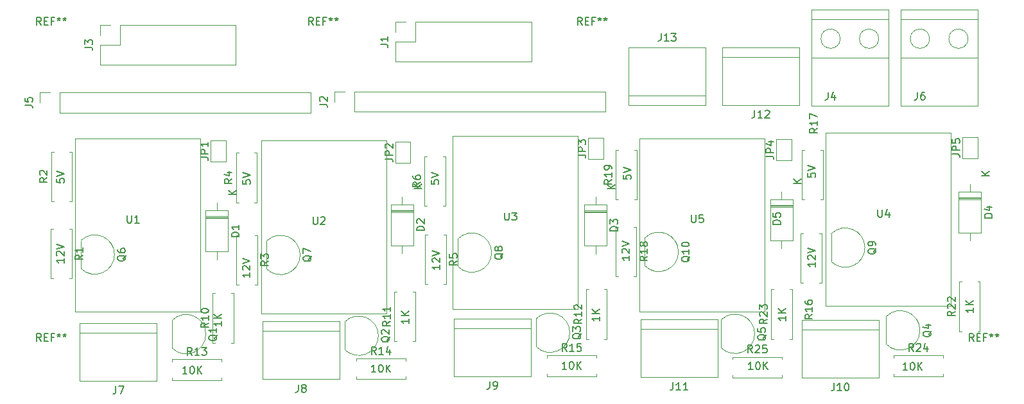
<source format=gbr>
%TF.GenerationSoftware,KiCad,Pcbnew,(5.1.9)-1*%
%TF.CreationDate,2023-03-23T17:51:48+02:00*%
%TF.ProjectId,jantteri-testrack-interface,6a616e74-7465-4726-992d-746573747261,rev?*%
%TF.SameCoordinates,Original*%
%TF.FileFunction,Legend,Top*%
%TF.FilePolarity,Positive*%
%FSLAX46Y46*%
G04 Gerber Fmt 4.6, Leading zero omitted, Abs format (unit mm)*
G04 Created by KiCad (PCBNEW (5.1.9)-1) date 2023-03-23 17:51:48*
%MOMM*%
%LPD*%
G01*
G04 APERTURE LIST*
%ADD10C,0.150000*%
%ADD11C,0.120000*%
G04 APERTURE END LIST*
D10*
X200451980Y-107961085D02*
X200451980Y-108532514D01*
X200451980Y-108246800D02*
X199451980Y-108246800D01*
X199594838Y-108342038D01*
X199690076Y-108437276D01*
X199737695Y-108532514D01*
X200451980Y-107532514D02*
X199451980Y-107532514D01*
X200451980Y-106961085D02*
X199880552Y-107389657D01*
X199451980Y-106961085D02*
X200023409Y-107532514D01*
X125979180Y-109383485D02*
X125979180Y-109954914D01*
X125979180Y-109669200D02*
X124979180Y-109669200D01*
X125122038Y-109764438D01*
X125217276Y-109859676D01*
X125264895Y-109954914D01*
X125979180Y-108954914D02*
X124979180Y-108954914D01*
X125979180Y-108383485D02*
X125407752Y-108812057D01*
X124979180Y-108383485D02*
X125550609Y-108954914D01*
X151125180Y-109078685D02*
X151125180Y-109650114D01*
X151125180Y-109364400D02*
X150125180Y-109364400D01*
X150268038Y-109459638D01*
X150363276Y-109554876D01*
X150410895Y-109650114D01*
X151125180Y-108650114D02*
X150125180Y-108650114D01*
X151125180Y-108078685D02*
X150553752Y-108507257D01*
X150125180Y-108078685D02*
X150696609Y-108650114D01*
X101290380Y-109739085D02*
X101290380Y-110310514D01*
X101290380Y-110024800D02*
X100290380Y-110024800D01*
X100433238Y-110120038D01*
X100528476Y-110215276D01*
X100576095Y-110310514D01*
X101290380Y-109310514D02*
X100290380Y-109310514D01*
X101290380Y-108739085D02*
X100718952Y-109167657D01*
X100290380Y-108739085D02*
X100861809Y-109310514D01*
X175712380Y-109027885D02*
X175712380Y-109599314D01*
X175712380Y-109313600D02*
X174712380Y-109313600D01*
X174855238Y-109408838D01*
X174950476Y-109504076D01*
X174998095Y-109599314D01*
X175712380Y-108599314D02*
X174712380Y-108599314D01*
X175712380Y-108027885D02*
X175140952Y-108456457D01*
X174712380Y-108027885D02*
X175283809Y-108599314D01*
X96743923Y-116631980D02*
X96172495Y-116631980D01*
X96458209Y-116631980D02*
X96458209Y-115631980D01*
X96362971Y-115774838D01*
X96267733Y-115870076D01*
X96172495Y-115917695D01*
X97362971Y-115631980D02*
X97458209Y-115631980D01*
X97553447Y-115679600D01*
X97601066Y-115727219D01*
X97648685Y-115822457D01*
X97696304Y-116012933D01*
X97696304Y-116251028D01*
X97648685Y-116441504D01*
X97601066Y-116536742D01*
X97553447Y-116584361D01*
X97458209Y-116631980D01*
X97362971Y-116631980D01*
X97267733Y-116584361D01*
X97220114Y-116536742D01*
X97172495Y-116441504D01*
X97124876Y-116251028D01*
X97124876Y-116012933D01*
X97172495Y-115822457D01*
X97220114Y-115727219D01*
X97267733Y-115679600D01*
X97362971Y-115631980D01*
X98124876Y-116631980D02*
X98124876Y-115631980D01*
X98696304Y-116631980D02*
X98267733Y-116060552D01*
X98696304Y-115631980D02*
X98124876Y-116203409D01*
X171369123Y-116073180D02*
X170797695Y-116073180D01*
X171083409Y-116073180D02*
X171083409Y-115073180D01*
X170988171Y-115216038D01*
X170892933Y-115311276D01*
X170797695Y-115358895D01*
X171988171Y-115073180D02*
X172083409Y-115073180D01*
X172178647Y-115120800D01*
X172226266Y-115168419D01*
X172273885Y-115263657D01*
X172321504Y-115454133D01*
X172321504Y-115692228D01*
X172273885Y-115882704D01*
X172226266Y-115977942D01*
X172178647Y-116025561D01*
X172083409Y-116073180D01*
X171988171Y-116073180D01*
X171892933Y-116025561D01*
X171845314Y-115977942D01*
X171797695Y-115882704D01*
X171750076Y-115692228D01*
X171750076Y-115454133D01*
X171797695Y-115263657D01*
X171845314Y-115168419D01*
X171892933Y-115120800D01*
X171988171Y-115073180D01*
X172750076Y-116073180D02*
X172750076Y-115073180D01*
X173321504Y-116073180D02*
X172892933Y-115501752D01*
X173321504Y-115073180D02*
X172750076Y-115644609D01*
X146781923Y-116022380D02*
X146210495Y-116022380D01*
X146496209Y-116022380D02*
X146496209Y-115022380D01*
X146400971Y-115165238D01*
X146305733Y-115260476D01*
X146210495Y-115308095D01*
X147400971Y-115022380D02*
X147496209Y-115022380D01*
X147591447Y-115070000D01*
X147639066Y-115117619D01*
X147686685Y-115212857D01*
X147734304Y-115403333D01*
X147734304Y-115641428D01*
X147686685Y-115831904D01*
X147639066Y-115927142D01*
X147591447Y-115974761D01*
X147496209Y-116022380D01*
X147400971Y-116022380D01*
X147305733Y-115974761D01*
X147258114Y-115927142D01*
X147210495Y-115831904D01*
X147162876Y-115641428D01*
X147162876Y-115403333D01*
X147210495Y-115212857D01*
X147258114Y-115117619D01*
X147305733Y-115070000D01*
X147400971Y-115022380D01*
X148162876Y-116022380D02*
X148162876Y-115022380D01*
X148734304Y-116022380D02*
X148305733Y-115450952D01*
X148734304Y-115022380D02*
X148162876Y-115593809D01*
X121635923Y-116428780D02*
X121064495Y-116428780D01*
X121350209Y-116428780D02*
X121350209Y-115428780D01*
X121254971Y-115571638D01*
X121159733Y-115666876D01*
X121064495Y-115714495D01*
X122254971Y-115428780D02*
X122350209Y-115428780D01*
X122445447Y-115476400D01*
X122493066Y-115524019D01*
X122540685Y-115619257D01*
X122588304Y-115809733D01*
X122588304Y-116047828D01*
X122540685Y-116238304D01*
X122493066Y-116333542D01*
X122445447Y-116381161D01*
X122350209Y-116428780D01*
X122254971Y-116428780D01*
X122159733Y-116381161D01*
X122112114Y-116333542D01*
X122064495Y-116238304D01*
X122016876Y-116047828D01*
X122016876Y-115809733D01*
X122064495Y-115619257D01*
X122112114Y-115524019D01*
X122159733Y-115476400D01*
X122254971Y-115428780D01*
X123016876Y-116428780D02*
X123016876Y-115428780D01*
X123588304Y-116428780D02*
X123159733Y-115857352D01*
X123588304Y-115428780D02*
X123016876Y-116000209D01*
X191739923Y-116123980D02*
X191168495Y-116123980D01*
X191454209Y-116123980D02*
X191454209Y-115123980D01*
X191358971Y-115266838D01*
X191263733Y-115362076D01*
X191168495Y-115409695D01*
X192358971Y-115123980D02*
X192454209Y-115123980D01*
X192549447Y-115171600D01*
X192597066Y-115219219D01*
X192644685Y-115314457D01*
X192692304Y-115504933D01*
X192692304Y-115743028D01*
X192644685Y-115933504D01*
X192597066Y-116028742D01*
X192549447Y-116076361D01*
X192454209Y-116123980D01*
X192358971Y-116123980D01*
X192263733Y-116076361D01*
X192216114Y-116028742D01*
X192168495Y-115933504D01*
X192120876Y-115743028D01*
X192120876Y-115504933D01*
X192168495Y-115314457D01*
X192216114Y-115219219D01*
X192263733Y-115171600D01*
X192358971Y-115123980D01*
X193120876Y-116123980D02*
X193120876Y-115123980D01*
X193692304Y-116123980D02*
X193263733Y-115552552D01*
X193692304Y-115123980D02*
X193120876Y-115695409D01*
X178623980Y-90157276D02*
X178623980Y-90633466D01*
X179100171Y-90681085D01*
X179052552Y-90633466D01*
X179004933Y-90538228D01*
X179004933Y-90300133D01*
X179052552Y-90204895D01*
X179100171Y-90157276D01*
X179195409Y-90109657D01*
X179433504Y-90109657D01*
X179528742Y-90157276D01*
X179576361Y-90204895D01*
X179623980Y-90300133D01*
X179623980Y-90538228D01*
X179576361Y-90633466D01*
X179528742Y-90681085D01*
X178623980Y-89823942D02*
X179623980Y-89490609D01*
X178623980Y-89157276D01*
X104100380Y-91071676D02*
X104100380Y-91547866D01*
X104576571Y-91595485D01*
X104528952Y-91547866D01*
X104481333Y-91452628D01*
X104481333Y-91214533D01*
X104528952Y-91119295D01*
X104576571Y-91071676D01*
X104671809Y-91024057D01*
X104909904Y-91024057D01*
X105005142Y-91071676D01*
X105052761Y-91119295D01*
X105100380Y-91214533D01*
X105100380Y-91452628D01*
X105052761Y-91547866D01*
X105005142Y-91595485D01*
X104100380Y-90738342D02*
X105100380Y-90405009D01*
X104100380Y-90071676D01*
X128941580Y-91071676D02*
X128941580Y-91547866D01*
X129417771Y-91595485D01*
X129370152Y-91547866D01*
X129322533Y-91452628D01*
X129322533Y-91214533D01*
X129370152Y-91119295D01*
X129417771Y-91071676D01*
X129513009Y-91024057D01*
X129751104Y-91024057D01*
X129846342Y-91071676D01*
X129893961Y-91119295D01*
X129941580Y-91214533D01*
X129941580Y-91452628D01*
X129893961Y-91547866D01*
X129846342Y-91595485D01*
X128941580Y-90738342D02*
X129941580Y-90405009D01*
X128941580Y-90071676D01*
X154290780Y-90411276D02*
X154290780Y-90887466D01*
X154766971Y-90935085D01*
X154719352Y-90887466D01*
X154671733Y-90792228D01*
X154671733Y-90554133D01*
X154719352Y-90458895D01*
X154766971Y-90411276D01*
X154862209Y-90363657D01*
X155100304Y-90363657D01*
X155195542Y-90411276D01*
X155243161Y-90458895D01*
X155290780Y-90554133D01*
X155290780Y-90792228D01*
X155243161Y-90887466D01*
X155195542Y-90935085D01*
X154290780Y-90077942D02*
X155290780Y-89744609D01*
X154290780Y-89411276D01*
X79563980Y-90868476D02*
X79563980Y-91344666D01*
X80040171Y-91392285D01*
X79992552Y-91344666D01*
X79944933Y-91249428D01*
X79944933Y-91011333D01*
X79992552Y-90916095D01*
X80040171Y-90868476D01*
X80135409Y-90820857D01*
X80373504Y-90820857D01*
X80468742Y-90868476D01*
X80516361Y-90916095D01*
X80563980Y-91011333D01*
X80563980Y-91249428D01*
X80516361Y-91344666D01*
X80468742Y-91392285D01*
X79563980Y-90535142D02*
X80563980Y-90201809D01*
X79563980Y-89868476D01*
X80513180Y-101406247D02*
X80513180Y-101977676D01*
X80513180Y-101691961D02*
X79513180Y-101691961D01*
X79656038Y-101787200D01*
X79751276Y-101882438D01*
X79798895Y-101977676D01*
X79608419Y-101025295D02*
X79560800Y-100977676D01*
X79513180Y-100882438D01*
X79513180Y-100644342D01*
X79560800Y-100549104D01*
X79608419Y-100501485D01*
X79703657Y-100453866D01*
X79798895Y-100453866D01*
X79941752Y-100501485D01*
X80513180Y-101072914D01*
X80513180Y-100453866D01*
X79513180Y-100168152D02*
X80513180Y-99834819D01*
X79513180Y-99501485D01*
X155087580Y-101050647D02*
X155087580Y-101622076D01*
X155087580Y-101336361D02*
X154087580Y-101336361D01*
X154230438Y-101431600D01*
X154325676Y-101526838D01*
X154373295Y-101622076D01*
X154182819Y-100669695D02*
X154135200Y-100622076D01*
X154087580Y-100526838D01*
X154087580Y-100288742D01*
X154135200Y-100193504D01*
X154182819Y-100145885D01*
X154278057Y-100098266D01*
X154373295Y-100098266D01*
X154516152Y-100145885D01*
X155087580Y-100717314D01*
X155087580Y-100098266D01*
X154087580Y-99812552D02*
X155087580Y-99479219D01*
X154087580Y-99145885D01*
X130093980Y-102269847D02*
X130093980Y-102841276D01*
X130093980Y-102555561D02*
X129093980Y-102555561D01*
X129236838Y-102650800D01*
X129332076Y-102746038D01*
X129379695Y-102841276D01*
X129189219Y-101888895D02*
X129141600Y-101841276D01*
X129093980Y-101746038D01*
X129093980Y-101507942D01*
X129141600Y-101412704D01*
X129189219Y-101365085D01*
X129284457Y-101317466D01*
X129379695Y-101317466D01*
X129522552Y-101365085D01*
X130093980Y-101936514D01*
X130093980Y-101317466D01*
X129093980Y-101031752D02*
X130093980Y-100698419D01*
X129093980Y-100365085D01*
X105049580Y-103285847D02*
X105049580Y-103857276D01*
X105049580Y-103571561D02*
X104049580Y-103571561D01*
X104192438Y-103666800D01*
X104287676Y-103762038D01*
X104335295Y-103857276D01*
X104144819Y-102904895D02*
X104097200Y-102857276D01*
X104049580Y-102762038D01*
X104049580Y-102523942D01*
X104097200Y-102428704D01*
X104144819Y-102381085D01*
X104240057Y-102333466D01*
X104335295Y-102333466D01*
X104478152Y-102381085D01*
X105049580Y-102952514D01*
X105049580Y-102333466D01*
X104049580Y-102047752D02*
X105049580Y-101714419D01*
X104049580Y-101381085D01*
X179623980Y-101914247D02*
X179623980Y-102485676D01*
X179623980Y-102199961D02*
X178623980Y-102199961D01*
X178766838Y-102295200D01*
X178862076Y-102390438D01*
X178909695Y-102485676D01*
X178719219Y-101533295D02*
X178671600Y-101485676D01*
X178623980Y-101390438D01*
X178623980Y-101152342D01*
X178671600Y-101057104D01*
X178719219Y-101009485D01*
X178814457Y-100961866D01*
X178909695Y-100961866D01*
X179052552Y-101009485D01*
X179623980Y-101580914D01*
X179623980Y-100961866D01*
X178623980Y-100676152D02*
X179623980Y-100342819D01*
X178623980Y-100009485D01*
D11*
%TO.C,D1*%
X102155600Y-95070000D02*
X99215600Y-95070000D01*
X99215600Y-95070000D02*
X99215600Y-100510000D01*
X99215600Y-100510000D02*
X102155600Y-100510000D01*
X102155600Y-100510000D02*
X102155600Y-95070000D01*
X100685600Y-94050000D02*
X100685600Y-95070000D01*
X100685600Y-101530000D02*
X100685600Y-100510000D01*
X102155600Y-95970000D02*
X99215600Y-95970000D01*
X102155600Y-96090000D02*
X99215600Y-96090000D01*
X102155600Y-95850000D02*
X99215600Y-95850000D01*
%TO.C,D2*%
X126590400Y-95037200D02*
X123650400Y-95037200D01*
X126590400Y-95277200D02*
X123650400Y-95277200D01*
X126590400Y-95157200D02*
X123650400Y-95157200D01*
X125120400Y-100717200D02*
X125120400Y-99697200D01*
X125120400Y-93237200D02*
X125120400Y-94257200D01*
X126590400Y-99697200D02*
X126590400Y-94257200D01*
X123650400Y-99697200D02*
X126590400Y-99697200D01*
X123650400Y-94257200D02*
X123650400Y-99697200D01*
X126590400Y-94257200D02*
X123650400Y-94257200D01*
%TO.C,D3*%
X152092000Y-95088000D02*
X149152000Y-95088000D01*
X152092000Y-95328000D02*
X149152000Y-95328000D01*
X152092000Y-95208000D02*
X149152000Y-95208000D01*
X150622000Y-100768000D02*
X150622000Y-99748000D01*
X150622000Y-93288000D02*
X150622000Y-94308000D01*
X152092000Y-99748000D02*
X152092000Y-94308000D01*
X149152000Y-99748000D02*
X152092000Y-99748000D01*
X149152000Y-94308000D02*
X149152000Y-99748000D01*
X152092000Y-94308000D02*
X149152000Y-94308000D01*
%TO.C,D4*%
X201469600Y-93360800D02*
X198529600Y-93360800D01*
X201469600Y-93600800D02*
X198529600Y-93600800D01*
X201469600Y-93480800D02*
X198529600Y-93480800D01*
X199999600Y-99040800D02*
X199999600Y-98020800D01*
X199999600Y-91560800D02*
X199999600Y-92580800D01*
X201469600Y-98020800D02*
X201469600Y-92580800D01*
X198529600Y-98020800D02*
X201469600Y-98020800D01*
X198529600Y-92580800D02*
X198529600Y-98020800D01*
X201469600Y-92580800D02*
X198529600Y-92580800D01*
%TO.C,D5*%
X176628400Y-93596800D02*
X173688400Y-93596800D01*
X173688400Y-93596800D02*
X173688400Y-99036800D01*
X173688400Y-99036800D02*
X176628400Y-99036800D01*
X176628400Y-99036800D02*
X176628400Y-93596800D01*
X175158400Y-92576800D02*
X175158400Y-93596800D01*
X175158400Y-100056800D02*
X175158400Y-99036800D01*
X176628400Y-94496800D02*
X173688400Y-94496800D01*
X176628400Y-94616800D02*
X173688400Y-94616800D01*
X176628400Y-94376800D02*
X173688400Y-94376800D01*
%TO.C,J1*%
X124247600Y-75396400D02*
X124247600Y-72796400D01*
X124247600Y-75396400D02*
X142147600Y-75396400D01*
X142147600Y-75396400D02*
X142147600Y-70196400D01*
X126847600Y-70196400D02*
X142147600Y-70196400D01*
X126847600Y-72796400D02*
X126847600Y-70196400D01*
X124247600Y-72796400D02*
X126847600Y-72796400D01*
X124247600Y-70196400D02*
X125577600Y-70196400D01*
X124247600Y-71526400D02*
X124247600Y-70196400D01*
%TO.C,J2*%
X116221200Y-80721200D02*
X116221200Y-79391200D01*
X116221200Y-79391200D02*
X117551200Y-79391200D01*
X118821200Y-79391200D02*
X151901200Y-79391200D01*
X151901200Y-82051200D02*
X151901200Y-79391200D01*
X118821200Y-82051200D02*
X151901200Y-82051200D01*
X118821200Y-82051200D02*
X118821200Y-79391200D01*
%TO.C,J3*%
X85284000Y-71932800D02*
X85284000Y-70602800D01*
X85284000Y-70602800D02*
X86614000Y-70602800D01*
X85284000Y-73202800D02*
X87884000Y-73202800D01*
X87884000Y-73202800D02*
X87884000Y-70602800D01*
X87884000Y-70602800D02*
X103184000Y-70602800D01*
X103184000Y-75802800D02*
X103184000Y-70602800D01*
X85284000Y-75802800D02*
X103184000Y-75802800D01*
X85284000Y-75802800D02*
X85284000Y-73202800D01*
%TO.C,J5*%
X79959200Y-82152800D02*
X79959200Y-79492800D01*
X79959200Y-82152800D02*
X113039200Y-82152800D01*
X113039200Y-82152800D02*
X113039200Y-79492800D01*
X79959200Y-79492800D02*
X113039200Y-79492800D01*
X77359200Y-79492800D02*
X78689200Y-79492800D01*
X77359200Y-80822800D02*
X77359200Y-79492800D01*
%TO.C,JP1*%
X99888800Y-88613200D02*
X99888800Y-85813200D01*
X99888800Y-85813200D02*
X101888800Y-85813200D01*
X101888800Y-85813200D02*
X101888800Y-88613200D01*
X101888800Y-88613200D02*
X99888800Y-88613200D01*
%TO.C,JP2*%
X126222000Y-88816400D02*
X124222000Y-88816400D01*
X126222000Y-86016400D02*
X126222000Y-88816400D01*
X124222000Y-86016400D02*
X126222000Y-86016400D01*
X124222000Y-88816400D02*
X124222000Y-86016400D01*
%TO.C,JP3*%
X149672800Y-88308400D02*
X149672800Y-85508400D01*
X149672800Y-85508400D02*
X151672800Y-85508400D01*
X151672800Y-85508400D02*
X151672800Y-88308400D01*
X151672800Y-88308400D02*
X149672800Y-88308400D01*
%TO.C,JP4*%
X176463200Y-88471200D02*
X174463200Y-88471200D01*
X176463200Y-85671200D02*
X176463200Y-88471200D01*
X174463200Y-85671200D02*
X176463200Y-85671200D01*
X174463200Y-88471200D02*
X174463200Y-85671200D01*
%TO.C,JP5*%
X198999600Y-88176800D02*
X198999600Y-85376800D01*
X198999600Y-85376800D02*
X200999600Y-85376800D01*
X200999600Y-85376800D02*
X200999600Y-88176800D01*
X200999600Y-88176800D02*
X198999600Y-88176800D01*
%TO.C,Q1*%
X94783122Y-113242878D02*
G75*
G03*
X99221600Y-111404400I1838478J1838478D01*
G01*
X94783122Y-109565922D02*
G75*
G02*
X99221600Y-111404400I1838478J-1838478D01*
G01*
X94771600Y-109604400D02*
X94771600Y-113204400D01*
%TO.C,Q2*%
X117530000Y-109807600D02*
X117530000Y-113407600D01*
X117541522Y-109769122D02*
G75*
G02*
X121980000Y-111607600I1838478J-1838478D01*
G01*
X117541522Y-113446078D02*
G75*
G03*
X121980000Y-111607600I1838478J1838478D01*
G01*
%TO.C,Q3*%
X142777600Y-109401200D02*
X142777600Y-113001200D01*
X142789122Y-109362722D02*
G75*
G02*
X147227600Y-111201200I1838478J-1838478D01*
G01*
X142789122Y-113039678D02*
G75*
G03*
X147227600Y-111201200I1838478J1838478D01*
G01*
%TO.C,Q4*%
X188966322Y-112734878D02*
G75*
G03*
X193404800Y-110896400I1838478J1838478D01*
G01*
X188966322Y-109057922D02*
G75*
G02*
X193404800Y-110896400I1838478J-1838478D01*
G01*
X188954800Y-109096400D02*
X188954800Y-112696400D01*
%TO.C,Q5*%
X167161600Y-109553600D02*
X167161600Y-113153600D01*
X167173122Y-109515122D02*
G75*
G02*
X171611600Y-111353600I1838478J-1838478D01*
G01*
X167173122Y-113192078D02*
G75*
G03*
X171611600Y-111353600I1838478J1838478D01*
G01*
%TO.C,R1*%
X78792400Y-104057200D02*
X79122400Y-104057200D01*
X78792400Y-97517200D02*
X78792400Y-104057200D01*
X79122400Y-97517200D02*
X78792400Y-97517200D01*
X81532400Y-104057200D02*
X81202400Y-104057200D01*
X81532400Y-97517200D02*
X81532400Y-104057200D01*
X81202400Y-97517200D02*
X81532400Y-97517200D01*
%TO.C,R2*%
X79173200Y-93846400D02*
X78843200Y-93846400D01*
X78843200Y-93846400D02*
X78843200Y-87306400D01*
X78843200Y-87306400D02*
X79173200Y-87306400D01*
X81253200Y-93846400D02*
X81583200Y-93846400D01*
X81583200Y-93846400D02*
X81583200Y-87306400D01*
X81583200Y-87306400D02*
X81253200Y-87306400D01*
%TO.C,R3*%
X105688000Y-98330000D02*
X106018000Y-98330000D01*
X106018000Y-98330000D02*
X106018000Y-104870000D01*
X106018000Y-104870000D02*
X105688000Y-104870000D01*
X103608000Y-98330000D02*
X103278000Y-98330000D01*
X103278000Y-98330000D02*
X103278000Y-104870000D01*
X103278000Y-104870000D02*
X103608000Y-104870000D01*
%TO.C,R4*%
X105967200Y-87458800D02*
X105637200Y-87458800D01*
X105967200Y-93998800D02*
X105967200Y-87458800D01*
X105637200Y-93998800D02*
X105967200Y-93998800D01*
X103227200Y-87458800D02*
X103557200Y-87458800D01*
X103227200Y-93998800D02*
X103227200Y-87458800D01*
X103557200Y-93998800D02*
X103227200Y-93998800D01*
%TO.C,R5*%
X128170000Y-104819200D02*
X128500000Y-104819200D01*
X128170000Y-98279200D02*
X128170000Y-104819200D01*
X128500000Y-98279200D02*
X128170000Y-98279200D01*
X130910000Y-104819200D02*
X130580000Y-104819200D01*
X130910000Y-98279200D02*
X130910000Y-104819200D01*
X130580000Y-98279200D02*
X130910000Y-98279200D01*
%TO.C,R6*%
X128398400Y-94456000D02*
X128068400Y-94456000D01*
X128068400Y-94456000D02*
X128068400Y-87916000D01*
X128068400Y-87916000D02*
X128398400Y-87916000D01*
X130478400Y-94456000D02*
X130808400Y-94456000D01*
X130808400Y-94456000D02*
X130808400Y-87916000D01*
X130808400Y-87916000D02*
X130478400Y-87916000D01*
%TO.C,R10*%
X102868400Y-106000800D02*
X102538400Y-106000800D01*
X102868400Y-112540800D02*
X102868400Y-106000800D01*
X102538400Y-112540800D02*
X102868400Y-112540800D01*
X100128400Y-106000800D02*
X100458400Y-106000800D01*
X100128400Y-112540800D02*
X100128400Y-106000800D01*
X100458400Y-112540800D02*
X100128400Y-112540800D01*
%TO.C,R11*%
X126846000Y-105797600D02*
X126516000Y-105797600D01*
X126846000Y-112337600D02*
X126846000Y-105797600D01*
X126516000Y-112337600D02*
X126846000Y-112337600D01*
X124106000Y-105797600D02*
X124436000Y-105797600D01*
X124106000Y-112337600D02*
X124106000Y-105797600D01*
X124436000Y-112337600D02*
X124106000Y-112337600D01*
%TO.C,R12*%
X149683600Y-112032800D02*
X149353600Y-112032800D01*
X149353600Y-112032800D02*
X149353600Y-105492800D01*
X149353600Y-105492800D02*
X149683600Y-105492800D01*
X151763600Y-112032800D02*
X152093600Y-112032800D01*
X152093600Y-112032800D02*
X152093600Y-105492800D01*
X152093600Y-105492800D02*
X151763600Y-105492800D01*
%TO.C,R13*%
X101314000Y-117448000D02*
X101314000Y-117118000D01*
X94774000Y-117448000D02*
X101314000Y-117448000D01*
X94774000Y-117118000D02*
X94774000Y-117448000D01*
X101314000Y-114708000D02*
X101314000Y-115038000D01*
X94774000Y-114708000D02*
X101314000Y-114708000D01*
X94774000Y-115038000D02*
X94774000Y-114708000D01*
%TO.C,R14*%
X119056400Y-114936400D02*
X119056400Y-114606400D01*
X119056400Y-114606400D02*
X125596400Y-114606400D01*
X125596400Y-114606400D02*
X125596400Y-114936400D01*
X119056400Y-117016400D02*
X119056400Y-117346400D01*
X119056400Y-117346400D02*
X125596400Y-117346400D01*
X125596400Y-117346400D02*
X125596400Y-117016400D01*
%TO.C,R15*%
X150742400Y-116940000D02*
X150742400Y-116610000D01*
X144202400Y-116940000D02*
X150742400Y-116940000D01*
X144202400Y-116610000D02*
X144202400Y-116940000D01*
X150742400Y-114200000D02*
X150742400Y-114530000D01*
X144202400Y-114200000D02*
X150742400Y-114200000D01*
X144202400Y-114530000D02*
X144202400Y-114200000D01*
%TO.C,R16*%
X177700000Y-104616000D02*
X178030000Y-104616000D01*
X177700000Y-98076000D02*
X177700000Y-104616000D01*
X178030000Y-98076000D02*
X177700000Y-98076000D01*
X180440000Y-104616000D02*
X180110000Y-104616000D01*
X180440000Y-98076000D02*
X180440000Y-104616000D01*
X180110000Y-98076000D02*
X180440000Y-98076000D01*
%TO.C,R17*%
X180592400Y-87103200D02*
X180262400Y-87103200D01*
X180592400Y-93643200D02*
X180592400Y-87103200D01*
X180262400Y-93643200D02*
X180592400Y-93643200D01*
X177852400Y-87103200D02*
X178182400Y-87103200D01*
X177852400Y-93643200D02*
X177852400Y-87103200D01*
X178182400Y-93643200D02*
X177852400Y-93643200D01*
%TO.C,R18*%
X153265200Y-103752400D02*
X153595200Y-103752400D01*
X153265200Y-97212400D02*
X153265200Y-103752400D01*
X153595200Y-97212400D02*
X153265200Y-97212400D01*
X156005200Y-103752400D02*
X155675200Y-103752400D01*
X156005200Y-97212400D02*
X156005200Y-103752400D01*
X155675200Y-97212400D02*
X156005200Y-97212400D01*
%TO.C,R19*%
X153646000Y-93643200D02*
X153316000Y-93643200D01*
X153316000Y-93643200D02*
X153316000Y-87103200D01*
X153316000Y-87103200D02*
X153646000Y-87103200D01*
X155726000Y-93643200D02*
X156056000Y-93643200D01*
X156056000Y-93643200D02*
X156056000Y-87103200D01*
X156056000Y-87103200D02*
X155726000Y-87103200D01*
%TO.C,R22*%
X198908800Y-111016800D02*
X198578800Y-111016800D01*
X198578800Y-111016800D02*
X198578800Y-104476800D01*
X198578800Y-104476800D02*
X198908800Y-104476800D01*
X200988800Y-111016800D02*
X201318800Y-111016800D01*
X201318800Y-111016800D02*
X201318800Y-104476800D01*
X201318800Y-104476800D02*
X200988800Y-104476800D01*
%TO.C,R23*%
X174118400Y-112032800D02*
X173788400Y-112032800D01*
X173788400Y-112032800D02*
X173788400Y-105492800D01*
X173788400Y-105492800D02*
X174118400Y-105492800D01*
X176198400Y-112032800D02*
X176528400Y-112032800D01*
X176528400Y-112032800D02*
X176528400Y-105492800D01*
X176528400Y-105492800D02*
X176198400Y-105492800D01*
%TO.C,R24*%
X196462400Y-116940000D02*
X196462400Y-116610000D01*
X189922400Y-116940000D02*
X196462400Y-116940000D01*
X189922400Y-116610000D02*
X189922400Y-116940000D01*
X196462400Y-114200000D02*
X196462400Y-114530000D01*
X189922400Y-114200000D02*
X196462400Y-114200000D01*
X189922400Y-114530000D02*
X189922400Y-114200000D01*
%TO.C,R25*%
X175228000Y-117143200D02*
X175228000Y-116813200D01*
X168688000Y-117143200D02*
X175228000Y-117143200D01*
X168688000Y-116813200D02*
X168688000Y-117143200D01*
X175228000Y-114403200D02*
X175228000Y-114733200D01*
X168688000Y-114403200D02*
X175228000Y-114403200D01*
X168688000Y-114733200D02*
X168688000Y-114403200D01*
%TO.C,U1*%
X81991200Y-108458000D02*
X81991200Y-107188000D01*
X83261200Y-108458000D02*
X81991200Y-108458000D01*
X98501200Y-107188000D02*
X98501200Y-108458000D01*
X98501200Y-85598000D02*
X98501200Y-86868000D01*
X81991200Y-85598000D02*
X83261200Y-85598000D01*
X83261200Y-85598000D02*
X98501200Y-85598000D01*
X81991200Y-107188000D02*
X81991200Y-85598000D01*
X98501200Y-108458000D02*
X83261200Y-108458000D01*
X98501200Y-86868000D02*
X98501200Y-107188000D01*
%TO.C,U2*%
X123037600Y-87071200D02*
X123037600Y-107391200D01*
X123037600Y-108661200D02*
X107797600Y-108661200D01*
X106527600Y-107391200D02*
X106527600Y-85801200D01*
X107797600Y-85801200D02*
X123037600Y-85801200D01*
X106527600Y-85801200D02*
X107797600Y-85801200D01*
X123037600Y-85801200D02*
X123037600Y-87071200D01*
X123037600Y-107391200D02*
X123037600Y-108661200D01*
X107797600Y-108661200D02*
X106527600Y-108661200D01*
X106527600Y-108661200D02*
X106527600Y-107391200D01*
%TO.C,U3*%
X148285200Y-86512400D02*
X148285200Y-106832400D01*
X148285200Y-108102400D02*
X133045200Y-108102400D01*
X131775200Y-106832400D02*
X131775200Y-85242400D01*
X133045200Y-85242400D02*
X148285200Y-85242400D01*
X131775200Y-85242400D02*
X133045200Y-85242400D01*
X148285200Y-85242400D02*
X148285200Y-86512400D01*
X148285200Y-106832400D02*
X148285200Y-108102400D01*
X133045200Y-108102400D02*
X131775200Y-108102400D01*
X131775200Y-108102400D02*
X131775200Y-106832400D01*
%TO.C,U4*%
X181000400Y-107696000D02*
X181000400Y-106426000D01*
X182270400Y-107696000D02*
X181000400Y-107696000D01*
X197510400Y-106426000D02*
X197510400Y-107696000D01*
X197510400Y-84836000D02*
X197510400Y-86106000D01*
X181000400Y-84836000D02*
X182270400Y-84836000D01*
X182270400Y-84836000D02*
X197510400Y-84836000D01*
X181000400Y-106426000D02*
X181000400Y-84836000D01*
X197510400Y-107696000D02*
X182270400Y-107696000D01*
X197510400Y-86106000D02*
X197510400Y-106426000D01*
%TO.C,U5*%
X156413200Y-108407200D02*
X156413200Y-107137200D01*
X157683200Y-108407200D02*
X156413200Y-108407200D01*
X172923200Y-107137200D02*
X172923200Y-108407200D01*
X172923200Y-85547200D02*
X172923200Y-86817200D01*
X156413200Y-85547200D02*
X157683200Y-85547200D01*
X157683200Y-85547200D02*
X172923200Y-85547200D01*
X156413200Y-107137200D02*
X156413200Y-85547200D01*
X172923200Y-108407200D02*
X157683200Y-108407200D01*
X172923200Y-86817200D02*
X172923200Y-107137200D01*
%TO.C,J4*%
X189230000Y-74930000D02*
X179070000Y-74930000D01*
X189230000Y-69850000D02*
X189230000Y-73660000D01*
X179070000Y-69850000D02*
X189230000Y-69850000D01*
X187960000Y-72390000D02*
G75*
G03*
X187960000Y-72390000I-1270000J0D01*
G01*
X182880000Y-72390000D02*
G75*
G03*
X182880000Y-72390000I-1270000J0D01*
G01*
X179070000Y-68580000D02*
X179070000Y-77470000D01*
X189230000Y-68580000D02*
X179070000Y-68580000D01*
X189230000Y-81280000D02*
X189230000Y-68580000D01*
X179070000Y-81280000D02*
X189230000Y-81280000D01*
X179070000Y-77470000D02*
X179070000Y-81280000D01*
%TO.C,J6*%
X190855600Y-77470000D02*
X190855600Y-81280000D01*
X190855600Y-81280000D02*
X201015600Y-81280000D01*
X201015600Y-81280000D02*
X201015600Y-68580000D01*
X201015600Y-68580000D02*
X190855600Y-68580000D01*
X190855600Y-68580000D02*
X190855600Y-77470000D01*
X194665600Y-72390000D02*
G75*
G03*
X194665600Y-72390000I-1270000J0D01*
G01*
X199745600Y-72390000D02*
G75*
G03*
X199745600Y-72390000I-1270000J0D01*
G01*
X190855600Y-69850000D02*
X201015600Y-69850000D01*
X201015600Y-69850000D02*
X201015600Y-73660000D01*
X201015600Y-74930000D02*
X190855600Y-74930000D01*
%TO.C,J7*%
X82600800Y-111201200D02*
X92760800Y-111201200D01*
X82600800Y-109931200D02*
X82600800Y-117551200D01*
X82600800Y-117551200D02*
X92760800Y-117551200D01*
X92760800Y-117551200D02*
X92760800Y-109931200D01*
X92760800Y-109931200D02*
X82600800Y-109931200D01*
%TO.C,J8*%
X116840000Y-109728000D02*
X106680000Y-109728000D01*
X116840000Y-117348000D02*
X116840000Y-109728000D01*
X106680000Y-117348000D02*
X116840000Y-117348000D01*
X106680000Y-109728000D02*
X106680000Y-117348000D01*
X106680000Y-110998000D02*
X116840000Y-110998000D01*
%TO.C,J9*%
X142087600Y-109321600D02*
X131927600Y-109321600D01*
X142087600Y-116941600D02*
X142087600Y-109321600D01*
X131927600Y-116941600D02*
X142087600Y-116941600D01*
X131927600Y-109321600D02*
X131927600Y-116941600D01*
X131927600Y-110591600D02*
X142087600Y-110591600D01*
%TO.C,J10*%
X187960000Y-109524800D02*
X177800000Y-109524800D01*
X187960000Y-117144800D02*
X187960000Y-109524800D01*
X177800000Y-117144800D02*
X187960000Y-117144800D01*
X177800000Y-109524800D02*
X177800000Y-117144800D01*
X177800000Y-110794800D02*
X187960000Y-110794800D01*
%TO.C,J11*%
X156565600Y-110693200D02*
X166725600Y-110693200D01*
X156565600Y-109423200D02*
X156565600Y-117043200D01*
X156565600Y-117043200D02*
X166725600Y-117043200D01*
X166725600Y-117043200D02*
X166725600Y-109423200D01*
X166725600Y-109423200D02*
X156565600Y-109423200D01*
%TO.C,J12*%
X167335200Y-74777600D02*
X177495200Y-74777600D01*
X167335200Y-73507600D02*
X167335200Y-81127600D01*
X167335200Y-81127600D02*
X177495200Y-81127600D01*
X177495200Y-81127600D02*
X177495200Y-73507600D01*
X177495200Y-73507600D02*
X167335200Y-73507600D01*
%TO.C,J13*%
X154990800Y-81127600D02*
X165150800Y-81127600D01*
X154990800Y-73507600D02*
X154990800Y-81127600D01*
X165150800Y-73507600D02*
X154990800Y-73507600D01*
X165150800Y-81127600D02*
X165150800Y-73507600D01*
X165150800Y-79857600D02*
X154990800Y-79857600D01*
%TO.C,Q6*%
X82743522Y-102727278D02*
G75*
G03*
X87182000Y-100888800I1838478J1838478D01*
G01*
X82743522Y-99050322D02*
G75*
G02*
X87182000Y-100888800I1838478J-1838478D01*
G01*
X82732000Y-99088800D02*
X82732000Y-102688800D01*
%TO.C,Q7*%
X107229122Y-102778078D02*
G75*
G03*
X111667600Y-100939600I1838478J1838478D01*
G01*
X107229122Y-99101122D02*
G75*
G02*
X111667600Y-100939600I1838478J-1838478D01*
G01*
X107217600Y-99139600D02*
X107217600Y-102739600D01*
%TO.C,Q8*%
X132465200Y-98834800D02*
X132465200Y-102434800D01*
X132476722Y-98796322D02*
G75*
G02*
X136915200Y-100634800I1838478J-1838478D01*
G01*
X132476722Y-102473278D02*
G75*
G03*
X136915200Y-100634800I1838478J1838478D01*
G01*
%TO.C,Q9*%
X181690400Y-98174400D02*
X181690400Y-101774400D01*
X181701922Y-98135922D02*
G75*
G02*
X186140400Y-99974400I1838478J-1838478D01*
G01*
X181701922Y-101812878D02*
G75*
G03*
X186140400Y-99974400I1838478J1838478D01*
G01*
%TO.C,Q10*%
X157103200Y-98733200D02*
X157103200Y-102333200D01*
X157114722Y-98694722D02*
G75*
G02*
X161553200Y-100533200I1838478J-1838478D01*
G01*
X157114722Y-102371678D02*
G75*
G03*
X161553200Y-100533200I1838478J1838478D01*
G01*
%TO.C,REF\u002A\u002A*%
D10*
X113373066Y-70572780D02*
X113039733Y-70096590D01*
X112801638Y-70572780D02*
X112801638Y-69572780D01*
X113182590Y-69572780D01*
X113277828Y-69620400D01*
X113325447Y-69668019D01*
X113373066Y-69763257D01*
X113373066Y-69906114D01*
X113325447Y-70001352D01*
X113277828Y-70048971D01*
X113182590Y-70096590D01*
X112801638Y-70096590D01*
X113801638Y-70048971D02*
X114134971Y-70048971D01*
X114277828Y-70572780D02*
X113801638Y-70572780D01*
X113801638Y-69572780D01*
X114277828Y-69572780D01*
X115039733Y-70048971D02*
X114706400Y-70048971D01*
X114706400Y-70572780D02*
X114706400Y-69572780D01*
X115182590Y-69572780D01*
X115706400Y-69572780D02*
X115706400Y-69810876D01*
X115468304Y-69715638D02*
X115706400Y-69810876D01*
X115944495Y-69715638D01*
X115563542Y-70001352D02*
X115706400Y-69810876D01*
X115849257Y-70001352D01*
X116468304Y-69572780D02*
X116468304Y-69810876D01*
X116230209Y-69715638D02*
X116468304Y-69810876D01*
X116706400Y-69715638D01*
X116325447Y-70001352D02*
X116468304Y-69810876D01*
X116611161Y-70001352D01*
X148831466Y-70572780D02*
X148498133Y-70096590D01*
X148260038Y-70572780D02*
X148260038Y-69572780D01*
X148640990Y-69572780D01*
X148736228Y-69620400D01*
X148783847Y-69668019D01*
X148831466Y-69763257D01*
X148831466Y-69906114D01*
X148783847Y-70001352D01*
X148736228Y-70048971D01*
X148640990Y-70096590D01*
X148260038Y-70096590D01*
X149260038Y-70048971D02*
X149593371Y-70048971D01*
X149736228Y-70572780D02*
X149260038Y-70572780D01*
X149260038Y-69572780D01*
X149736228Y-69572780D01*
X150498133Y-70048971D02*
X150164800Y-70048971D01*
X150164800Y-70572780D02*
X150164800Y-69572780D01*
X150640990Y-69572780D01*
X151164800Y-69572780D02*
X151164800Y-69810876D01*
X150926704Y-69715638D02*
X151164800Y-69810876D01*
X151402895Y-69715638D01*
X151021942Y-70001352D02*
X151164800Y-69810876D01*
X151307657Y-70001352D01*
X151926704Y-69572780D02*
X151926704Y-69810876D01*
X151688609Y-69715638D02*
X151926704Y-69810876D01*
X152164800Y-69715638D01*
X151783847Y-70001352D02*
X151926704Y-69810876D01*
X152069561Y-70001352D01*
X200495066Y-112330380D02*
X200161733Y-111854190D01*
X199923638Y-112330380D02*
X199923638Y-111330380D01*
X200304590Y-111330380D01*
X200399828Y-111378000D01*
X200447447Y-111425619D01*
X200495066Y-111520857D01*
X200495066Y-111663714D01*
X200447447Y-111758952D01*
X200399828Y-111806571D01*
X200304590Y-111854190D01*
X199923638Y-111854190D01*
X200923638Y-111806571D02*
X201256971Y-111806571D01*
X201399828Y-112330380D02*
X200923638Y-112330380D01*
X200923638Y-111330380D01*
X201399828Y-111330380D01*
X202161733Y-111806571D02*
X201828400Y-111806571D01*
X201828400Y-112330380D02*
X201828400Y-111330380D01*
X202304590Y-111330380D01*
X202828400Y-111330380D02*
X202828400Y-111568476D01*
X202590304Y-111473238D02*
X202828400Y-111568476D01*
X203066495Y-111473238D01*
X202685542Y-111758952D02*
X202828400Y-111568476D01*
X202971257Y-111758952D01*
X203590304Y-111330380D02*
X203590304Y-111568476D01*
X203352209Y-111473238D02*
X203590304Y-111568476D01*
X203828400Y-111473238D01*
X203447447Y-111758952D02*
X203590304Y-111568476D01*
X203733161Y-111758952D01*
X77508266Y-112330380D02*
X77174933Y-111854190D01*
X76936838Y-112330380D02*
X76936838Y-111330380D01*
X77317790Y-111330380D01*
X77413028Y-111378000D01*
X77460647Y-111425619D01*
X77508266Y-111520857D01*
X77508266Y-111663714D01*
X77460647Y-111758952D01*
X77413028Y-111806571D01*
X77317790Y-111854190D01*
X76936838Y-111854190D01*
X77936838Y-111806571D02*
X78270171Y-111806571D01*
X78413028Y-112330380D02*
X77936838Y-112330380D01*
X77936838Y-111330380D01*
X78413028Y-111330380D01*
X79174933Y-111806571D02*
X78841600Y-111806571D01*
X78841600Y-112330380D02*
X78841600Y-111330380D01*
X79317790Y-111330380D01*
X79841600Y-111330380D02*
X79841600Y-111568476D01*
X79603504Y-111473238D02*
X79841600Y-111568476D01*
X80079695Y-111473238D01*
X79698742Y-111758952D02*
X79841600Y-111568476D01*
X79984457Y-111758952D01*
X80603504Y-111330380D02*
X80603504Y-111568476D01*
X80365409Y-111473238D02*
X80603504Y-111568476D01*
X80841600Y-111473238D01*
X80460647Y-111758952D02*
X80603504Y-111568476D01*
X80746361Y-111758952D01*
X77508266Y-70572780D02*
X77174933Y-70096590D01*
X76936838Y-70572780D02*
X76936838Y-69572780D01*
X77317790Y-69572780D01*
X77413028Y-69620400D01*
X77460647Y-69668019D01*
X77508266Y-69763257D01*
X77508266Y-69906114D01*
X77460647Y-70001352D01*
X77413028Y-70048971D01*
X77317790Y-70096590D01*
X76936838Y-70096590D01*
X77936838Y-70048971D02*
X78270171Y-70048971D01*
X78413028Y-70572780D02*
X77936838Y-70572780D01*
X77936838Y-69572780D01*
X78413028Y-69572780D01*
X79174933Y-70048971D02*
X78841600Y-70048971D01*
X78841600Y-70572780D02*
X78841600Y-69572780D01*
X79317790Y-69572780D01*
X79841600Y-69572780D02*
X79841600Y-69810876D01*
X79603504Y-69715638D02*
X79841600Y-69810876D01*
X80079695Y-69715638D01*
X79698742Y-70001352D02*
X79841600Y-69810876D01*
X79984457Y-70001352D01*
X80603504Y-69572780D02*
X80603504Y-69810876D01*
X80365409Y-69715638D02*
X80603504Y-69810876D01*
X80841600Y-69715638D01*
X80460647Y-70001352D02*
X80603504Y-69810876D01*
X80746361Y-70001352D01*
%TO.C,D1*%
X103607980Y-98528095D02*
X102607980Y-98528095D01*
X102607980Y-98290000D01*
X102655600Y-98147142D01*
X102750838Y-98051904D01*
X102846076Y-98004285D01*
X103036552Y-97956666D01*
X103179409Y-97956666D01*
X103369885Y-98004285D01*
X103465123Y-98051904D01*
X103560361Y-98147142D01*
X103607980Y-98290000D01*
X103607980Y-98528095D01*
X103607980Y-97004285D02*
X103607980Y-97575714D01*
X103607980Y-97290000D02*
X102607980Y-97290000D01*
X102750838Y-97385238D01*
X102846076Y-97480476D01*
X102893695Y-97575714D01*
X103237980Y-92971904D02*
X102237980Y-92971904D01*
X103237980Y-92400476D02*
X102666552Y-92829047D01*
X102237980Y-92400476D02*
X102809409Y-92971904D01*
%TO.C,D2*%
X128042780Y-97715295D02*
X127042780Y-97715295D01*
X127042780Y-97477200D01*
X127090400Y-97334342D01*
X127185638Y-97239104D01*
X127280876Y-97191485D01*
X127471352Y-97143866D01*
X127614209Y-97143866D01*
X127804685Y-97191485D01*
X127899923Y-97239104D01*
X127995161Y-97334342D01*
X128042780Y-97477200D01*
X128042780Y-97715295D01*
X127138019Y-96762914D02*
X127090400Y-96715295D01*
X127042780Y-96620057D01*
X127042780Y-96381961D01*
X127090400Y-96286723D01*
X127138019Y-96239104D01*
X127233257Y-96191485D01*
X127328495Y-96191485D01*
X127471352Y-96239104D01*
X128042780Y-96810533D01*
X128042780Y-96191485D01*
X127672780Y-92159104D02*
X126672780Y-92159104D01*
X127672780Y-91587676D02*
X127101352Y-92016247D01*
X126672780Y-91587676D02*
X127244209Y-92159104D01*
%TO.C,D3*%
X153544380Y-97766095D02*
X152544380Y-97766095D01*
X152544380Y-97528000D01*
X152592000Y-97385142D01*
X152687238Y-97289904D01*
X152782476Y-97242285D01*
X152972952Y-97194666D01*
X153115809Y-97194666D01*
X153306285Y-97242285D01*
X153401523Y-97289904D01*
X153496761Y-97385142D01*
X153544380Y-97528000D01*
X153544380Y-97766095D01*
X152544380Y-96861333D02*
X152544380Y-96242285D01*
X152925333Y-96575619D01*
X152925333Y-96432761D01*
X152972952Y-96337523D01*
X153020571Y-96289904D01*
X153115809Y-96242285D01*
X153353904Y-96242285D01*
X153449142Y-96289904D01*
X153496761Y-96337523D01*
X153544380Y-96432761D01*
X153544380Y-96718476D01*
X153496761Y-96813714D01*
X153449142Y-96861333D01*
X153174380Y-92209904D02*
X152174380Y-92209904D01*
X153174380Y-91638476D02*
X152602952Y-92067047D01*
X152174380Y-91638476D02*
X152745809Y-92209904D01*
%TO.C,D4*%
X202921980Y-96038895D02*
X201921980Y-96038895D01*
X201921980Y-95800800D01*
X201969600Y-95657942D01*
X202064838Y-95562704D01*
X202160076Y-95515085D01*
X202350552Y-95467466D01*
X202493409Y-95467466D01*
X202683885Y-95515085D01*
X202779123Y-95562704D01*
X202874361Y-95657942D01*
X202921980Y-95800800D01*
X202921980Y-96038895D01*
X202255314Y-94610323D02*
X202921980Y-94610323D01*
X201874361Y-94848419D02*
X202588647Y-95086514D01*
X202588647Y-94467466D01*
X202551980Y-90482704D02*
X201551980Y-90482704D01*
X202551980Y-89911276D02*
X201980552Y-90339847D01*
X201551980Y-89911276D02*
X202123409Y-90482704D01*
%TO.C,D5*%
X175001180Y-96902495D02*
X174001180Y-96902495D01*
X174001180Y-96664400D01*
X174048800Y-96521542D01*
X174144038Y-96426304D01*
X174239276Y-96378685D01*
X174429752Y-96331066D01*
X174572609Y-96331066D01*
X174763085Y-96378685D01*
X174858323Y-96426304D01*
X174953561Y-96521542D01*
X175001180Y-96664400D01*
X175001180Y-96902495D01*
X174001180Y-95426304D02*
X174001180Y-95902495D01*
X174477371Y-95950114D01*
X174429752Y-95902495D01*
X174382133Y-95807257D01*
X174382133Y-95569161D01*
X174429752Y-95473923D01*
X174477371Y-95426304D01*
X174572609Y-95378685D01*
X174810704Y-95378685D01*
X174905942Y-95426304D01*
X174953561Y-95473923D01*
X175001180Y-95569161D01*
X175001180Y-95807257D01*
X174953561Y-95902495D01*
X174905942Y-95950114D01*
X177710780Y-91498704D02*
X176710780Y-91498704D01*
X177710780Y-90927276D02*
X177139352Y-91355847D01*
X176710780Y-90927276D02*
X177282209Y-91498704D01*
%TO.C,J1*%
X122259980Y-73129733D02*
X122974266Y-73129733D01*
X123117123Y-73177352D01*
X123212361Y-73272590D01*
X123259980Y-73415447D01*
X123259980Y-73510685D01*
X123259980Y-72129733D02*
X123259980Y-72701161D01*
X123259980Y-72415447D02*
X122259980Y-72415447D01*
X122402838Y-72510685D01*
X122498076Y-72605923D01*
X122545695Y-72701161D01*
%TO.C,J2*%
X114233580Y-81054533D02*
X114947866Y-81054533D01*
X115090723Y-81102152D01*
X115185961Y-81197390D01*
X115233580Y-81340247D01*
X115233580Y-81435485D01*
X114328819Y-80625961D02*
X114281200Y-80578342D01*
X114233580Y-80483104D01*
X114233580Y-80245009D01*
X114281200Y-80149771D01*
X114328819Y-80102152D01*
X114424057Y-80054533D01*
X114519295Y-80054533D01*
X114662152Y-80102152D01*
X115233580Y-80673580D01*
X115233580Y-80054533D01*
%TO.C,J3*%
X83296380Y-73536133D02*
X84010666Y-73536133D01*
X84153523Y-73583752D01*
X84248761Y-73678990D01*
X84296380Y-73821847D01*
X84296380Y-73917085D01*
X83296380Y-73155180D02*
X83296380Y-72536133D01*
X83677333Y-72869466D01*
X83677333Y-72726609D01*
X83724952Y-72631371D01*
X83772571Y-72583752D01*
X83867809Y-72536133D01*
X84105904Y-72536133D01*
X84201142Y-72583752D01*
X84248761Y-72631371D01*
X84296380Y-72726609D01*
X84296380Y-73012323D01*
X84248761Y-73107561D01*
X84201142Y-73155180D01*
%TO.C,J5*%
X75371580Y-81156133D02*
X76085866Y-81156133D01*
X76228723Y-81203752D01*
X76323961Y-81298990D01*
X76371580Y-81441847D01*
X76371580Y-81537085D01*
X75371580Y-80203752D02*
X75371580Y-80679942D01*
X75847771Y-80727561D01*
X75800152Y-80679942D01*
X75752533Y-80584704D01*
X75752533Y-80346609D01*
X75800152Y-80251371D01*
X75847771Y-80203752D01*
X75943009Y-80156133D01*
X76181104Y-80156133D01*
X76276342Y-80203752D01*
X76323961Y-80251371D01*
X76371580Y-80346609D01*
X76371580Y-80584704D01*
X76323961Y-80679942D01*
X76276342Y-80727561D01*
%TO.C,JP1*%
X98541180Y-88046533D02*
X99255466Y-88046533D01*
X99398323Y-88094152D01*
X99493561Y-88189390D01*
X99541180Y-88332247D01*
X99541180Y-88427485D01*
X99541180Y-87570342D02*
X98541180Y-87570342D01*
X98541180Y-87189390D01*
X98588800Y-87094152D01*
X98636419Y-87046533D01*
X98731657Y-86998914D01*
X98874514Y-86998914D01*
X98969752Y-87046533D01*
X99017371Y-87094152D01*
X99064990Y-87189390D01*
X99064990Y-87570342D01*
X99541180Y-86046533D02*
X99541180Y-86617961D01*
X99541180Y-86332247D02*
X98541180Y-86332247D01*
X98684038Y-86427485D01*
X98779276Y-86522723D01*
X98826895Y-86617961D01*
%TO.C,JP2*%
X122874380Y-88249733D02*
X123588666Y-88249733D01*
X123731523Y-88297352D01*
X123826761Y-88392590D01*
X123874380Y-88535447D01*
X123874380Y-88630685D01*
X123874380Y-87773542D02*
X122874380Y-87773542D01*
X122874380Y-87392590D01*
X122922000Y-87297352D01*
X122969619Y-87249733D01*
X123064857Y-87202114D01*
X123207714Y-87202114D01*
X123302952Y-87249733D01*
X123350571Y-87297352D01*
X123398190Y-87392590D01*
X123398190Y-87773542D01*
X122969619Y-86821161D02*
X122922000Y-86773542D01*
X122874380Y-86678304D01*
X122874380Y-86440209D01*
X122922000Y-86344971D01*
X122969619Y-86297352D01*
X123064857Y-86249733D01*
X123160095Y-86249733D01*
X123302952Y-86297352D01*
X123874380Y-86868780D01*
X123874380Y-86249733D01*
%TO.C,JP3*%
X148325180Y-87741733D02*
X149039466Y-87741733D01*
X149182323Y-87789352D01*
X149277561Y-87884590D01*
X149325180Y-88027447D01*
X149325180Y-88122685D01*
X149325180Y-87265542D02*
X148325180Y-87265542D01*
X148325180Y-86884590D01*
X148372800Y-86789352D01*
X148420419Y-86741733D01*
X148515657Y-86694114D01*
X148658514Y-86694114D01*
X148753752Y-86741733D01*
X148801371Y-86789352D01*
X148848990Y-86884590D01*
X148848990Y-87265542D01*
X148325180Y-86360780D02*
X148325180Y-85741733D01*
X148706133Y-86075066D01*
X148706133Y-85932209D01*
X148753752Y-85836971D01*
X148801371Y-85789352D01*
X148896609Y-85741733D01*
X149134704Y-85741733D01*
X149229942Y-85789352D01*
X149277561Y-85836971D01*
X149325180Y-85932209D01*
X149325180Y-86217923D01*
X149277561Y-86313161D01*
X149229942Y-86360780D01*
%TO.C,JP4*%
X173115580Y-87904533D02*
X173829866Y-87904533D01*
X173972723Y-87952152D01*
X174067961Y-88047390D01*
X174115580Y-88190247D01*
X174115580Y-88285485D01*
X174115580Y-87428342D02*
X173115580Y-87428342D01*
X173115580Y-87047390D01*
X173163200Y-86952152D01*
X173210819Y-86904533D01*
X173306057Y-86856914D01*
X173448914Y-86856914D01*
X173544152Y-86904533D01*
X173591771Y-86952152D01*
X173639390Y-87047390D01*
X173639390Y-87428342D01*
X173448914Y-85999771D02*
X174115580Y-85999771D01*
X173067961Y-86237866D02*
X173782247Y-86475961D01*
X173782247Y-85856914D01*
%TO.C,JP5*%
X197651980Y-87610133D02*
X198366266Y-87610133D01*
X198509123Y-87657752D01*
X198604361Y-87752990D01*
X198651980Y-87895847D01*
X198651980Y-87991085D01*
X198651980Y-87133942D02*
X197651980Y-87133942D01*
X197651980Y-86752990D01*
X197699600Y-86657752D01*
X197747219Y-86610133D01*
X197842457Y-86562514D01*
X197985314Y-86562514D01*
X198080552Y-86610133D01*
X198128171Y-86657752D01*
X198175790Y-86752990D01*
X198175790Y-87133942D01*
X197651980Y-85657752D02*
X197651980Y-86133942D01*
X198128171Y-86181561D01*
X198080552Y-86133942D01*
X198032933Y-86038704D01*
X198032933Y-85800609D01*
X198080552Y-85705371D01*
X198128171Y-85657752D01*
X198223409Y-85610133D01*
X198461504Y-85610133D01*
X198556742Y-85657752D01*
X198604361Y-85705371D01*
X198651980Y-85800609D01*
X198651980Y-86038704D01*
X198604361Y-86133942D01*
X198556742Y-86181561D01*
%TO.C,Q1*%
X100729219Y-111499638D02*
X100681600Y-111594876D01*
X100586361Y-111690114D01*
X100443504Y-111832971D01*
X100395885Y-111928209D01*
X100395885Y-112023447D01*
X100633980Y-111975828D02*
X100586361Y-112071066D01*
X100491123Y-112166304D01*
X100300647Y-112213923D01*
X99967314Y-112213923D01*
X99776838Y-112166304D01*
X99681600Y-112071066D01*
X99633980Y-111975828D01*
X99633980Y-111785352D01*
X99681600Y-111690114D01*
X99776838Y-111594876D01*
X99967314Y-111547257D01*
X100300647Y-111547257D01*
X100491123Y-111594876D01*
X100586361Y-111690114D01*
X100633980Y-111785352D01*
X100633980Y-111975828D01*
X100633980Y-110594876D02*
X100633980Y-111166304D01*
X100633980Y-110880590D02*
X99633980Y-110880590D01*
X99776838Y-110975828D01*
X99872076Y-111071066D01*
X99919695Y-111166304D01*
%TO.C,Q2*%
X123487619Y-111702838D02*
X123440000Y-111798076D01*
X123344761Y-111893314D01*
X123201904Y-112036171D01*
X123154285Y-112131409D01*
X123154285Y-112226647D01*
X123392380Y-112179028D02*
X123344761Y-112274266D01*
X123249523Y-112369504D01*
X123059047Y-112417123D01*
X122725714Y-112417123D01*
X122535238Y-112369504D01*
X122440000Y-112274266D01*
X122392380Y-112179028D01*
X122392380Y-111988552D01*
X122440000Y-111893314D01*
X122535238Y-111798076D01*
X122725714Y-111750457D01*
X123059047Y-111750457D01*
X123249523Y-111798076D01*
X123344761Y-111893314D01*
X123392380Y-111988552D01*
X123392380Y-112179028D01*
X122487619Y-111369504D02*
X122440000Y-111321885D01*
X122392380Y-111226647D01*
X122392380Y-110988552D01*
X122440000Y-110893314D01*
X122487619Y-110845695D01*
X122582857Y-110798076D01*
X122678095Y-110798076D01*
X122820952Y-110845695D01*
X123392380Y-111417123D01*
X123392380Y-110798076D01*
%TO.C,Q3*%
X148735219Y-111296438D02*
X148687600Y-111391676D01*
X148592361Y-111486914D01*
X148449504Y-111629771D01*
X148401885Y-111725009D01*
X148401885Y-111820247D01*
X148639980Y-111772628D02*
X148592361Y-111867866D01*
X148497123Y-111963104D01*
X148306647Y-112010723D01*
X147973314Y-112010723D01*
X147782838Y-111963104D01*
X147687600Y-111867866D01*
X147639980Y-111772628D01*
X147639980Y-111582152D01*
X147687600Y-111486914D01*
X147782838Y-111391676D01*
X147973314Y-111344057D01*
X148306647Y-111344057D01*
X148497123Y-111391676D01*
X148592361Y-111486914D01*
X148639980Y-111582152D01*
X148639980Y-111772628D01*
X147639980Y-111010723D02*
X147639980Y-110391676D01*
X148020933Y-110725009D01*
X148020933Y-110582152D01*
X148068552Y-110486914D01*
X148116171Y-110439295D01*
X148211409Y-110391676D01*
X148449504Y-110391676D01*
X148544742Y-110439295D01*
X148592361Y-110486914D01*
X148639980Y-110582152D01*
X148639980Y-110867866D01*
X148592361Y-110963104D01*
X148544742Y-111010723D01*
%TO.C,Q4*%
X194912419Y-110991638D02*
X194864800Y-111086876D01*
X194769561Y-111182114D01*
X194626704Y-111324971D01*
X194579085Y-111420209D01*
X194579085Y-111515447D01*
X194817180Y-111467828D02*
X194769561Y-111563066D01*
X194674323Y-111658304D01*
X194483847Y-111705923D01*
X194150514Y-111705923D01*
X193960038Y-111658304D01*
X193864800Y-111563066D01*
X193817180Y-111467828D01*
X193817180Y-111277352D01*
X193864800Y-111182114D01*
X193960038Y-111086876D01*
X194150514Y-111039257D01*
X194483847Y-111039257D01*
X194674323Y-111086876D01*
X194769561Y-111182114D01*
X194817180Y-111277352D01*
X194817180Y-111467828D01*
X194150514Y-110182114D02*
X194817180Y-110182114D01*
X193769561Y-110420209D02*
X194483847Y-110658304D01*
X194483847Y-110039257D01*
%TO.C,Q5*%
X173119219Y-111448838D02*
X173071600Y-111544076D01*
X172976361Y-111639314D01*
X172833504Y-111782171D01*
X172785885Y-111877409D01*
X172785885Y-111972647D01*
X173023980Y-111925028D02*
X172976361Y-112020266D01*
X172881123Y-112115504D01*
X172690647Y-112163123D01*
X172357314Y-112163123D01*
X172166838Y-112115504D01*
X172071600Y-112020266D01*
X172023980Y-111925028D01*
X172023980Y-111734552D01*
X172071600Y-111639314D01*
X172166838Y-111544076D01*
X172357314Y-111496457D01*
X172690647Y-111496457D01*
X172881123Y-111544076D01*
X172976361Y-111639314D01*
X173023980Y-111734552D01*
X173023980Y-111925028D01*
X172023980Y-110591695D02*
X172023980Y-111067885D01*
X172500171Y-111115504D01*
X172452552Y-111067885D01*
X172404933Y-110972647D01*
X172404933Y-110734552D01*
X172452552Y-110639314D01*
X172500171Y-110591695D01*
X172595409Y-110544076D01*
X172833504Y-110544076D01*
X172928742Y-110591695D01*
X172976361Y-110639314D01*
X173023980Y-110734552D01*
X173023980Y-110972647D01*
X172976361Y-111067885D01*
X172928742Y-111115504D01*
%TO.C,R1*%
X82984780Y-100953866D02*
X82508590Y-101287200D01*
X82984780Y-101525295D02*
X81984780Y-101525295D01*
X81984780Y-101144342D01*
X82032400Y-101049104D01*
X82080019Y-101001485D01*
X82175257Y-100953866D01*
X82318114Y-100953866D01*
X82413352Y-101001485D01*
X82460971Y-101049104D01*
X82508590Y-101144342D01*
X82508590Y-101525295D01*
X82984780Y-100001485D02*
X82984780Y-100572914D01*
X82984780Y-100287200D02*
X81984780Y-100287200D01*
X82127638Y-100382438D01*
X82222876Y-100477676D01*
X82270495Y-100572914D01*
%TO.C,R2*%
X78295580Y-90743066D02*
X77819390Y-91076400D01*
X78295580Y-91314495D02*
X77295580Y-91314495D01*
X77295580Y-90933542D01*
X77343200Y-90838304D01*
X77390819Y-90790685D01*
X77486057Y-90743066D01*
X77628914Y-90743066D01*
X77724152Y-90790685D01*
X77771771Y-90838304D01*
X77819390Y-90933542D01*
X77819390Y-91314495D01*
X77390819Y-90362114D02*
X77343200Y-90314495D01*
X77295580Y-90219257D01*
X77295580Y-89981161D01*
X77343200Y-89885923D01*
X77390819Y-89838304D01*
X77486057Y-89790685D01*
X77581295Y-89790685D01*
X77724152Y-89838304D01*
X78295580Y-90409733D01*
X78295580Y-89790685D01*
%TO.C,R3*%
X107470380Y-101766666D02*
X106994190Y-102100000D01*
X107470380Y-102338095D02*
X106470380Y-102338095D01*
X106470380Y-101957142D01*
X106518000Y-101861904D01*
X106565619Y-101814285D01*
X106660857Y-101766666D01*
X106803714Y-101766666D01*
X106898952Y-101814285D01*
X106946571Y-101861904D01*
X106994190Y-101957142D01*
X106994190Y-102338095D01*
X106470380Y-101433333D02*
X106470380Y-100814285D01*
X106851333Y-101147619D01*
X106851333Y-101004761D01*
X106898952Y-100909523D01*
X106946571Y-100861904D01*
X107041809Y-100814285D01*
X107279904Y-100814285D01*
X107375142Y-100861904D01*
X107422761Y-100909523D01*
X107470380Y-101004761D01*
X107470380Y-101290476D01*
X107422761Y-101385714D01*
X107375142Y-101433333D01*
%TO.C,R4*%
X102679580Y-90895466D02*
X102203390Y-91228800D01*
X102679580Y-91466895D02*
X101679580Y-91466895D01*
X101679580Y-91085942D01*
X101727200Y-90990704D01*
X101774819Y-90943085D01*
X101870057Y-90895466D01*
X102012914Y-90895466D01*
X102108152Y-90943085D01*
X102155771Y-90990704D01*
X102203390Y-91085942D01*
X102203390Y-91466895D01*
X102012914Y-90038323D02*
X102679580Y-90038323D01*
X101631961Y-90276419D02*
X102346247Y-90514514D01*
X102346247Y-89895466D01*
%TO.C,R5*%
X132362380Y-101715866D02*
X131886190Y-102049200D01*
X132362380Y-102287295D02*
X131362380Y-102287295D01*
X131362380Y-101906342D01*
X131410000Y-101811104D01*
X131457619Y-101763485D01*
X131552857Y-101715866D01*
X131695714Y-101715866D01*
X131790952Y-101763485D01*
X131838571Y-101811104D01*
X131886190Y-101906342D01*
X131886190Y-102287295D01*
X131362380Y-100811104D02*
X131362380Y-101287295D01*
X131838571Y-101334914D01*
X131790952Y-101287295D01*
X131743333Y-101192057D01*
X131743333Y-100953961D01*
X131790952Y-100858723D01*
X131838571Y-100811104D01*
X131933809Y-100763485D01*
X132171904Y-100763485D01*
X132267142Y-100811104D01*
X132314761Y-100858723D01*
X132362380Y-100953961D01*
X132362380Y-101192057D01*
X132314761Y-101287295D01*
X132267142Y-101334914D01*
%TO.C,R6*%
X127520780Y-91352666D02*
X127044590Y-91686000D01*
X127520780Y-91924095D02*
X126520780Y-91924095D01*
X126520780Y-91543142D01*
X126568400Y-91447904D01*
X126616019Y-91400285D01*
X126711257Y-91352666D01*
X126854114Y-91352666D01*
X126949352Y-91400285D01*
X126996971Y-91447904D01*
X127044590Y-91543142D01*
X127044590Y-91924095D01*
X126520780Y-90495523D02*
X126520780Y-90686000D01*
X126568400Y-90781238D01*
X126616019Y-90828857D01*
X126758876Y-90924095D01*
X126949352Y-90971714D01*
X127330304Y-90971714D01*
X127425542Y-90924095D01*
X127473161Y-90876476D01*
X127520780Y-90781238D01*
X127520780Y-90590761D01*
X127473161Y-90495523D01*
X127425542Y-90447904D01*
X127330304Y-90400285D01*
X127092209Y-90400285D01*
X126996971Y-90447904D01*
X126949352Y-90495523D01*
X126901733Y-90590761D01*
X126901733Y-90781238D01*
X126949352Y-90876476D01*
X126996971Y-90924095D01*
X127092209Y-90971714D01*
%TO.C,R10*%
X99580780Y-109913657D02*
X99104590Y-110246990D01*
X99580780Y-110485085D02*
X98580780Y-110485085D01*
X98580780Y-110104133D01*
X98628400Y-110008895D01*
X98676019Y-109961276D01*
X98771257Y-109913657D01*
X98914114Y-109913657D01*
X99009352Y-109961276D01*
X99056971Y-110008895D01*
X99104590Y-110104133D01*
X99104590Y-110485085D01*
X99580780Y-108961276D02*
X99580780Y-109532704D01*
X99580780Y-109246990D02*
X98580780Y-109246990D01*
X98723638Y-109342228D01*
X98818876Y-109437466D01*
X98866495Y-109532704D01*
X98580780Y-108342228D02*
X98580780Y-108246990D01*
X98628400Y-108151752D01*
X98676019Y-108104133D01*
X98771257Y-108056514D01*
X98961733Y-108008895D01*
X99199828Y-108008895D01*
X99390304Y-108056514D01*
X99485542Y-108104133D01*
X99533161Y-108151752D01*
X99580780Y-108246990D01*
X99580780Y-108342228D01*
X99533161Y-108437466D01*
X99485542Y-108485085D01*
X99390304Y-108532704D01*
X99199828Y-108580323D01*
X98961733Y-108580323D01*
X98771257Y-108532704D01*
X98676019Y-108485085D01*
X98628400Y-108437466D01*
X98580780Y-108342228D01*
%TO.C,R11*%
X123558380Y-109710457D02*
X123082190Y-110043790D01*
X123558380Y-110281885D02*
X122558380Y-110281885D01*
X122558380Y-109900933D01*
X122606000Y-109805695D01*
X122653619Y-109758076D01*
X122748857Y-109710457D01*
X122891714Y-109710457D01*
X122986952Y-109758076D01*
X123034571Y-109805695D01*
X123082190Y-109900933D01*
X123082190Y-110281885D01*
X123558380Y-108758076D02*
X123558380Y-109329504D01*
X123558380Y-109043790D02*
X122558380Y-109043790D01*
X122701238Y-109139028D01*
X122796476Y-109234266D01*
X122844095Y-109329504D01*
X123558380Y-107805695D02*
X123558380Y-108377123D01*
X123558380Y-108091409D02*
X122558380Y-108091409D01*
X122701238Y-108186647D01*
X122796476Y-108281885D01*
X122844095Y-108377123D01*
%TO.C,R12*%
X148805980Y-109405657D02*
X148329790Y-109738990D01*
X148805980Y-109977085D02*
X147805980Y-109977085D01*
X147805980Y-109596133D01*
X147853600Y-109500895D01*
X147901219Y-109453276D01*
X147996457Y-109405657D01*
X148139314Y-109405657D01*
X148234552Y-109453276D01*
X148282171Y-109500895D01*
X148329790Y-109596133D01*
X148329790Y-109977085D01*
X148805980Y-108453276D02*
X148805980Y-109024704D01*
X148805980Y-108738990D02*
X147805980Y-108738990D01*
X147948838Y-108834228D01*
X148044076Y-108929466D01*
X148091695Y-109024704D01*
X147901219Y-108072323D02*
X147853600Y-108024704D01*
X147805980Y-107929466D01*
X147805980Y-107691371D01*
X147853600Y-107596133D01*
X147901219Y-107548514D01*
X147996457Y-107500895D01*
X148091695Y-107500895D01*
X148234552Y-107548514D01*
X148805980Y-108119942D01*
X148805980Y-107500895D01*
%TO.C,R13*%
X97401142Y-114160380D02*
X97067809Y-113684190D01*
X96829714Y-114160380D02*
X96829714Y-113160380D01*
X97210666Y-113160380D01*
X97305904Y-113208000D01*
X97353523Y-113255619D01*
X97401142Y-113350857D01*
X97401142Y-113493714D01*
X97353523Y-113588952D01*
X97305904Y-113636571D01*
X97210666Y-113684190D01*
X96829714Y-113684190D01*
X98353523Y-114160380D02*
X97782095Y-114160380D01*
X98067809Y-114160380D02*
X98067809Y-113160380D01*
X97972571Y-113303238D01*
X97877333Y-113398476D01*
X97782095Y-113446095D01*
X98686857Y-113160380D02*
X99305904Y-113160380D01*
X98972571Y-113541333D01*
X99115428Y-113541333D01*
X99210666Y-113588952D01*
X99258285Y-113636571D01*
X99305904Y-113731809D01*
X99305904Y-113969904D01*
X99258285Y-114065142D01*
X99210666Y-114112761D01*
X99115428Y-114160380D01*
X98829714Y-114160380D01*
X98734476Y-114112761D01*
X98686857Y-114065142D01*
%TO.C,R14*%
X121683542Y-114058780D02*
X121350209Y-113582590D01*
X121112114Y-114058780D02*
X121112114Y-113058780D01*
X121493066Y-113058780D01*
X121588304Y-113106400D01*
X121635923Y-113154019D01*
X121683542Y-113249257D01*
X121683542Y-113392114D01*
X121635923Y-113487352D01*
X121588304Y-113534971D01*
X121493066Y-113582590D01*
X121112114Y-113582590D01*
X122635923Y-114058780D02*
X122064495Y-114058780D01*
X122350209Y-114058780D02*
X122350209Y-113058780D01*
X122254971Y-113201638D01*
X122159733Y-113296876D01*
X122064495Y-113344495D01*
X123493066Y-113392114D02*
X123493066Y-114058780D01*
X123254971Y-113011161D02*
X123016876Y-113725447D01*
X123635923Y-113725447D01*
%TO.C,R15*%
X146829542Y-113652380D02*
X146496209Y-113176190D01*
X146258114Y-113652380D02*
X146258114Y-112652380D01*
X146639066Y-112652380D01*
X146734304Y-112700000D01*
X146781923Y-112747619D01*
X146829542Y-112842857D01*
X146829542Y-112985714D01*
X146781923Y-113080952D01*
X146734304Y-113128571D01*
X146639066Y-113176190D01*
X146258114Y-113176190D01*
X147781923Y-113652380D02*
X147210495Y-113652380D01*
X147496209Y-113652380D02*
X147496209Y-112652380D01*
X147400971Y-112795238D01*
X147305733Y-112890476D01*
X147210495Y-112938095D01*
X148686685Y-112652380D02*
X148210495Y-112652380D01*
X148162876Y-113128571D01*
X148210495Y-113080952D01*
X148305733Y-113033333D01*
X148543828Y-113033333D01*
X148639066Y-113080952D01*
X148686685Y-113128571D01*
X148734304Y-113223809D01*
X148734304Y-113461904D01*
X148686685Y-113557142D01*
X148639066Y-113604761D01*
X148543828Y-113652380D01*
X148305733Y-113652380D01*
X148210495Y-113604761D01*
X148162876Y-113557142D01*
%TO.C,R16*%
X179217580Y-108796057D02*
X178741390Y-109129390D01*
X179217580Y-109367485D02*
X178217580Y-109367485D01*
X178217580Y-108986533D01*
X178265200Y-108891295D01*
X178312819Y-108843676D01*
X178408057Y-108796057D01*
X178550914Y-108796057D01*
X178646152Y-108843676D01*
X178693771Y-108891295D01*
X178741390Y-108986533D01*
X178741390Y-109367485D01*
X179217580Y-107843676D02*
X179217580Y-108415104D01*
X179217580Y-108129390D02*
X178217580Y-108129390D01*
X178360438Y-108224628D01*
X178455676Y-108319866D01*
X178503295Y-108415104D01*
X178217580Y-106986533D02*
X178217580Y-107177009D01*
X178265200Y-107272247D01*
X178312819Y-107319866D01*
X178455676Y-107415104D01*
X178646152Y-107462723D01*
X179027104Y-107462723D01*
X179122342Y-107415104D01*
X179169961Y-107367485D01*
X179217580Y-107272247D01*
X179217580Y-107081771D01*
X179169961Y-106986533D01*
X179122342Y-106938914D01*
X179027104Y-106891295D01*
X178789009Y-106891295D01*
X178693771Y-106938914D01*
X178646152Y-106986533D01*
X178598533Y-107081771D01*
X178598533Y-107272247D01*
X178646152Y-107367485D01*
X178693771Y-107415104D01*
X178789009Y-107462723D01*
%TO.C,R17*%
X179877980Y-84208857D02*
X179401790Y-84542190D01*
X179877980Y-84780285D02*
X178877980Y-84780285D01*
X178877980Y-84399333D01*
X178925600Y-84304095D01*
X178973219Y-84256476D01*
X179068457Y-84208857D01*
X179211314Y-84208857D01*
X179306552Y-84256476D01*
X179354171Y-84304095D01*
X179401790Y-84399333D01*
X179401790Y-84780285D01*
X179877980Y-83256476D02*
X179877980Y-83827904D01*
X179877980Y-83542190D02*
X178877980Y-83542190D01*
X179020838Y-83637428D01*
X179116076Y-83732666D01*
X179163695Y-83827904D01*
X178877980Y-82923142D02*
X178877980Y-82256476D01*
X179877980Y-82685047D01*
%TO.C,R18*%
X157457580Y-101125257D02*
X156981390Y-101458590D01*
X157457580Y-101696685D02*
X156457580Y-101696685D01*
X156457580Y-101315733D01*
X156505200Y-101220495D01*
X156552819Y-101172876D01*
X156648057Y-101125257D01*
X156790914Y-101125257D01*
X156886152Y-101172876D01*
X156933771Y-101220495D01*
X156981390Y-101315733D01*
X156981390Y-101696685D01*
X157457580Y-100172876D02*
X157457580Y-100744304D01*
X157457580Y-100458590D02*
X156457580Y-100458590D01*
X156600438Y-100553828D01*
X156695676Y-100649066D01*
X156743295Y-100744304D01*
X156886152Y-99601447D02*
X156838533Y-99696685D01*
X156790914Y-99744304D01*
X156695676Y-99791923D01*
X156648057Y-99791923D01*
X156552819Y-99744304D01*
X156505200Y-99696685D01*
X156457580Y-99601447D01*
X156457580Y-99410971D01*
X156505200Y-99315733D01*
X156552819Y-99268114D01*
X156648057Y-99220495D01*
X156695676Y-99220495D01*
X156790914Y-99268114D01*
X156838533Y-99315733D01*
X156886152Y-99410971D01*
X156886152Y-99601447D01*
X156933771Y-99696685D01*
X156981390Y-99744304D01*
X157076628Y-99791923D01*
X157267104Y-99791923D01*
X157362342Y-99744304D01*
X157409961Y-99696685D01*
X157457580Y-99601447D01*
X157457580Y-99410971D01*
X157409961Y-99315733D01*
X157362342Y-99268114D01*
X157267104Y-99220495D01*
X157076628Y-99220495D01*
X156981390Y-99268114D01*
X156933771Y-99315733D01*
X156886152Y-99410971D01*
%TO.C,R19*%
X152768380Y-91016057D02*
X152292190Y-91349390D01*
X152768380Y-91587485D02*
X151768380Y-91587485D01*
X151768380Y-91206533D01*
X151816000Y-91111295D01*
X151863619Y-91063676D01*
X151958857Y-91016057D01*
X152101714Y-91016057D01*
X152196952Y-91063676D01*
X152244571Y-91111295D01*
X152292190Y-91206533D01*
X152292190Y-91587485D01*
X152768380Y-90063676D02*
X152768380Y-90635104D01*
X152768380Y-90349390D02*
X151768380Y-90349390D01*
X151911238Y-90444628D01*
X152006476Y-90539866D01*
X152054095Y-90635104D01*
X152768380Y-89587485D02*
X152768380Y-89397009D01*
X152720761Y-89301771D01*
X152673142Y-89254152D01*
X152530285Y-89158914D01*
X152339809Y-89111295D01*
X151958857Y-89111295D01*
X151863619Y-89158914D01*
X151816000Y-89206533D01*
X151768380Y-89301771D01*
X151768380Y-89492247D01*
X151816000Y-89587485D01*
X151863619Y-89635104D01*
X151958857Y-89682723D01*
X152196952Y-89682723D01*
X152292190Y-89635104D01*
X152339809Y-89587485D01*
X152387428Y-89492247D01*
X152387428Y-89301771D01*
X152339809Y-89206533D01*
X152292190Y-89158914D01*
X152196952Y-89111295D01*
%TO.C,R22*%
X198031180Y-108389657D02*
X197554990Y-108722990D01*
X198031180Y-108961085D02*
X197031180Y-108961085D01*
X197031180Y-108580133D01*
X197078800Y-108484895D01*
X197126419Y-108437276D01*
X197221657Y-108389657D01*
X197364514Y-108389657D01*
X197459752Y-108437276D01*
X197507371Y-108484895D01*
X197554990Y-108580133D01*
X197554990Y-108961085D01*
X197126419Y-108008704D02*
X197078800Y-107961085D01*
X197031180Y-107865847D01*
X197031180Y-107627752D01*
X197078800Y-107532514D01*
X197126419Y-107484895D01*
X197221657Y-107437276D01*
X197316895Y-107437276D01*
X197459752Y-107484895D01*
X198031180Y-108056323D01*
X198031180Y-107437276D01*
X197126419Y-107056323D02*
X197078800Y-107008704D01*
X197031180Y-106913466D01*
X197031180Y-106675371D01*
X197078800Y-106580133D01*
X197126419Y-106532514D01*
X197221657Y-106484895D01*
X197316895Y-106484895D01*
X197459752Y-106532514D01*
X198031180Y-107103942D01*
X198031180Y-106484895D01*
%TO.C,R23*%
X173240780Y-109405657D02*
X172764590Y-109738990D01*
X173240780Y-109977085D02*
X172240780Y-109977085D01*
X172240780Y-109596133D01*
X172288400Y-109500895D01*
X172336019Y-109453276D01*
X172431257Y-109405657D01*
X172574114Y-109405657D01*
X172669352Y-109453276D01*
X172716971Y-109500895D01*
X172764590Y-109596133D01*
X172764590Y-109977085D01*
X172336019Y-109024704D02*
X172288400Y-108977085D01*
X172240780Y-108881847D01*
X172240780Y-108643752D01*
X172288400Y-108548514D01*
X172336019Y-108500895D01*
X172431257Y-108453276D01*
X172526495Y-108453276D01*
X172669352Y-108500895D01*
X173240780Y-109072323D01*
X173240780Y-108453276D01*
X172240780Y-108119942D02*
X172240780Y-107500895D01*
X172621733Y-107834228D01*
X172621733Y-107691371D01*
X172669352Y-107596133D01*
X172716971Y-107548514D01*
X172812209Y-107500895D01*
X173050304Y-107500895D01*
X173145542Y-107548514D01*
X173193161Y-107596133D01*
X173240780Y-107691371D01*
X173240780Y-107977085D01*
X173193161Y-108072323D01*
X173145542Y-108119942D01*
%TO.C,R24*%
X192549542Y-113652380D02*
X192216209Y-113176190D01*
X191978114Y-113652380D02*
X191978114Y-112652380D01*
X192359066Y-112652380D01*
X192454304Y-112700000D01*
X192501923Y-112747619D01*
X192549542Y-112842857D01*
X192549542Y-112985714D01*
X192501923Y-113080952D01*
X192454304Y-113128571D01*
X192359066Y-113176190D01*
X191978114Y-113176190D01*
X192930495Y-112747619D02*
X192978114Y-112700000D01*
X193073352Y-112652380D01*
X193311447Y-112652380D01*
X193406685Y-112700000D01*
X193454304Y-112747619D01*
X193501923Y-112842857D01*
X193501923Y-112938095D01*
X193454304Y-113080952D01*
X192882876Y-113652380D01*
X193501923Y-113652380D01*
X194359066Y-112985714D02*
X194359066Y-113652380D01*
X194120971Y-112604761D02*
X193882876Y-113319047D01*
X194501923Y-113319047D01*
%TO.C,R25*%
X171315142Y-113855580D02*
X170981809Y-113379390D01*
X170743714Y-113855580D02*
X170743714Y-112855580D01*
X171124666Y-112855580D01*
X171219904Y-112903200D01*
X171267523Y-112950819D01*
X171315142Y-113046057D01*
X171315142Y-113188914D01*
X171267523Y-113284152D01*
X171219904Y-113331771D01*
X171124666Y-113379390D01*
X170743714Y-113379390D01*
X171696095Y-112950819D02*
X171743714Y-112903200D01*
X171838952Y-112855580D01*
X172077047Y-112855580D01*
X172172285Y-112903200D01*
X172219904Y-112950819D01*
X172267523Y-113046057D01*
X172267523Y-113141295D01*
X172219904Y-113284152D01*
X171648476Y-113855580D01*
X172267523Y-113855580D01*
X173172285Y-112855580D02*
X172696095Y-112855580D01*
X172648476Y-113331771D01*
X172696095Y-113284152D01*
X172791333Y-113236533D01*
X173029428Y-113236533D01*
X173124666Y-113284152D01*
X173172285Y-113331771D01*
X173219904Y-113427009D01*
X173219904Y-113665104D01*
X173172285Y-113760342D01*
X173124666Y-113807961D01*
X173029428Y-113855580D01*
X172791333Y-113855580D01*
X172696095Y-113807961D01*
X172648476Y-113760342D01*
%TO.C,U1*%
X88849295Y-95710380D02*
X88849295Y-96519904D01*
X88896914Y-96615142D01*
X88944533Y-96662761D01*
X89039771Y-96710380D01*
X89230247Y-96710380D01*
X89325485Y-96662761D01*
X89373104Y-96615142D01*
X89420723Y-96519904D01*
X89420723Y-95710380D01*
X90420723Y-96710380D02*
X89849295Y-96710380D01*
X90135009Y-96710380D02*
X90135009Y-95710380D01*
X90039771Y-95853238D01*
X89944533Y-95948476D01*
X89849295Y-95996095D01*
%TO.C,U2*%
X113385695Y-95913580D02*
X113385695Y-96723104D01*
X113433314Y-96818342D01*
X113480933Y-96865961D01*
X113576171Y-96913580D01*
X113766647Y-96913580D01*
X113861885Y-96865961D01*
X113909504Y-96818342D01*
X113957123Y-96723104D01*
X113957123Y-95913580D01*
X114385695Y-96008819D02*
X114433314Y-95961200D01*
X114528552Y-95913580D01*
X114766647Y-95913580D01*
X114861885Y-95961200D01*
X114909504Y-96008819D01*
X114957123Y-96104057D01*
X114957123Y-96199295D01*
X114909504Y-96342152D01*
X114338076Y-96913580D01*
X114957123Y-96913580D01*
%TO.C,U3*%
X138633295Y-95354780D02*
X138633295Y-96164304D01*
X138680914Y-96259542D01*
X138728533Y-96307161D01*
X138823771Y-96354780D01*
X139014247Y-96354780D01*
X139109485Y-96307161D01*
X139157104Y-96259542D01*
X139204723Y-96164304D01*
X139204723Y-95354780D01*
X139585676Y-95354780D02*
X140204723Y-95354780D01*
X139871390Y-95735733D01*
X140014247Y-95735733D01*
X140109485Y-95783352D01*
X140157104Y-95830971D01*
X140204723Y-95926209D01*
X140204723Y-96164304D01*
X140157104Y-96259542D01*
X140109485Y-96307161D01*
X140014247Y-96354780D01*
X139728533Y-96354780D01*
X139633295Y-96307161D01*
X139585676Y-96259542D01*
%TO.C,U4*%
X187858495Y-94948380D02*
X187858495Y-95757904D01*
X187906114Y-95853142D01*
X187953733Y-95900761D01*
X188048971Y-95948380D01*
X188239447Y-95948380D01*
X188334685Y-95900761D01*
X188382304Y-95853142D01*
X188429923Y-95757904D01*
X188429923Y-94948380D01*
X189334685Y-95281714D02*
X189334685Y-95948380D01*
X189096590Y-94900761D02*
X188858495Y-95615047D01*
X189477542Y-95615047D01*
%TO.C,U5*%
X163271295Y-95659580D02*
X163271295Y-96469104D01*
X163318914Y-96564342D01*
X163366533Y-96611961D01*
X163461771Y-96659580D01*
X163652247Y-96659580D01*
X163747485Y-96611961D01*
X163795104Y-96564342D01*
X163842723Y-96469104D01*
X163842723Y-95659580D01*
X164795104Y-95659580D02*
X164318914Y-95659580D01*
X164271295Y-96135771D01*
X164318914Y-96088152D01*
X164414152Y-96040533D01*
X164652247Y-96040533D01*
X164747485Y-96088152D01*
X164795104Y-96135771D01*
X164842723Y-96231009D01*
X164842723Y-96469104D01*
X164795104Y-96564342D01*
X164747485Y-96611961D01*
X164652247Y-96659580D01*
X164414152Y-96659580D01*
X164318914Y-96611961D01*
X164271295Y-96564342D01*
%TO.C,J4*%
X181276666Y-79462380D02*
X181276666Y-80176666D01*
X181229047Y-80319523D01*
X181133809Y-80414761D01*
X180990952Y-80462380D01*
X180895714Y-80462380D01*
X182181428Y-79795714D02*
X182181428Y-80462380D01*
X181943333Y-79414761D02*
X181705238Y-80129047D01*
X182324285Y-80129047D01*
%TO.C,J6*%
X193062266Y-79462380D02*
X193062266Y-80176666D01*
X193014647Y-80319523D01*
X192919409Y-80414761D01*
X192776552Y-80462380D01*
X192681314Y-80462380D01*
X193967028Y-79462380D02*
X193776552Y-79462380D01*
X193681314Y-79510000D01*
X193633695Y-79557619D01*
X193538457Y-79700476D01*
X193490838Y-79890952D01*
X193490838Y-80271904D01*
X193538457Y-80367142D01*
X193586076Y-80414761D01*
X193681314Y-80462380D01*
X193871790Y-80462380D01*
X193967028Y-80414761D01*
X194014647Y-80367142D01*
X194062266Y-80271904D01*
X194062266Y-80033809D01*
X194014647Y-79938571D01*
X193967028Y-79890952D01*
X193871790Y-79843333D01*
X193681314Y-79843333D01*
X193586076Y-79890952D01*
X193538457Y-79938571D01*
X193490838Y-80033809D01*
%TO.C,J7*%
X87347466Y-118273580D02*
X87347466Y-118987866D01*
X87299847Y-119130723D01*
X87204609Y-119225961D01*
X87061752Y-119273580D01*
X86966514Y-119273580D01*
X87728419Y-118273580D02*
X88395085Y-118273580D01*
X87966514Y-119273580D01*
%TO.C,J8*%
X111426666Y-118070380D02*
X111426666Y-118784666D01*
X111379047Y-118927523D01*
X111283809Y-119022761D01*
X111140952Y-119070380D01*
X111045714Y-119070380D01*
X112045714Y-118498952D02*
X111950476Y-118451333D01*
X111902857Y-118403714D01*
X111855238Y-118308476D01*
X111855238Y-118260857D01*
X111902857Y-118165619D01*
X111950476Y-118118000D01*
X112045714Y-118070380D01*
X112236190Y-118070380D01*
X112331428Y-118118000D01*
X112379047Y-118165619D01*
X112426666Y-118260857D01*
X112426666Y-118308476D01*
X112379047Y-118403714D01*
X112331428Y-118451333D01*
X112236190Y-118498952D01*
X112045714Y-118498952D01*
X111950476Y-118546571D01*
X111902857Y-118594190D01*
X111855238Y-118689428D01*
X111855238Y-118879904D01*
X111902857Y-118975142D01*
X111950476Y-119022761D01*
X112045714Y-119070380D01*
X112236190Y-119070380D01*
X112331428Y-119022761D01*
X112379047Y-118975142D01*
X112426666Y-118879904D01*
X112426666Y-118689428D01*
X112379047Y-118594190D01*
X112331428Y-118546571D01*
X112236190Y-118498952D01*
%TO.C,J9*%
X136674266Y-117663980D02*
X136674266Y-118378266D01*
X136626647Y-118521123D01*
X136531409Y-118616361D01*
X136388552Y-118663980D01*
X136293314Y-118663980D01*
X137198076Y-118663980D02*
X137388552Y-118663980D01*
X137483790Y-118616361D01*
X137531409Y-118568742D01*
X137626647Y-118425885D01*
X137674266Y-118235409D01*
X137674266Y-117854457D01*
X137626647Y-117759219D01*
X137579028Y-117711600D01*
X137483790Y-117663980D01*
X137293314Y-117663980D01*
X137198076Y-117711600D01*
X137150457Y-117759219D01*
X137102838Y-117854457D01*
X137102838Y-118092552D01*
X137150457Y-118187790D01*
X137198076Y-118235409D01*
X137293314Y-118283028D01*
X137483790Y-118283028D01*
X137579028Y-118235409D01*
X137626647Y-118187790D01*
X137674266Y-118092552D01*
%TO.C,J10*%
X182070476Y-117867180D02*
X182070476Y-118581466D01*
X182022857Y-118724323D01*
X181927619Y-118819561D01*
X181784761Y-118867180D01*
X181689523Y-118867180D01*
X183070476Y-118867180D02*
X182499047Y-118867180D01*
X182784761Y-118867180D02*
X182784761Y-117867180D01*
X182689523Y-118010038D01*
X182594285Y-118105276D01*
X182499047Y-118152895D01*
X183689523Y-117867180D02*
X183784761Y-117867180D01*
X183880000Y-117914800D01*
X183927619Y-117962419D01*
X183975238Y-118057657D01*
X184022857Y-118248133D01*
X184022857Y-118486228D01*
X183975238Y-118676704D01*
X183927619Y-118771942D01*
X183880000Y-118819561D01*
X183784761Y-118867180D01*
X183689523Y-118867180D01*
X183594285Y-118819561D01*
X183546666Y-118771942D01*
X183499047Y-118676704D01*
X183451428Y-118486228D01*
X183451428Y-118248133D01*
X183499047Y-118057657D01*
X183546666Y-117962419D01*
X183594285Y-117914800D01*
X183689523Y-117867180D01*
%TO.C,J11*%
X160836076Y-117765580D02*
X160836076Y-118479866D01*
X160788457Y-118622723D01*
X160693219Y-118717961D01*
X160550361Y-118765580D01*
X160455123Y-118765580D01*
X161836076Y-118765580D02*
X161264647Y-118765580D01*
X161550361Y-118765580D02*
X161550361Y-117765580D01*
X161455123Y-117908438D01*
X161359885Y-118003676D01*
X161264647Y-118051295D01*
X162788457Y-118765580D02*
X162217028Y-118765580D01*
X162502742Y-118765580D02*
X162502742Y-117765580D01*
X162407504Y-117908438D01*
X162312266Y-118003676D01*
X162217028Y-118051295D01*
%TO.C,J12*%
X171605676Y-81849980D02*
X171605676Y-82564266D01*
X171558057Y-82707123D01*
X171462819Y-82802361D01*
X171319961Y-82849980D01*
X171224723Y-82849980D01*
X172605676Y-82849980D02*
X172034247Y-82849980D01*
X172319961Y-82849980D02*
X172319961Y-81849980D01*
X172224723Y-81992838D01*
X172129485Y-82088076D01*
X172034247Y-82135695D01*
X172986628Y-81945219D02*
X173034247Y-81897600D01*
X173129485Y-81849980D01*
X173367580Y-81849980D01*
X173462819Y-81897600D01*
X173510438Y-81945219D01*
X173558057Y-82040457D01*
X173558057Y-82135695D01*
X173510438Y-82278552D01*
X172939009Y-82849980D01*
X173558057Y-82849980D01*
%TO.C,J13*%
X159261276Y-71689980D02*
X159261276Y-72404266D01*
X159213657Y-72547123D01*
X159118419Y-72642361D01*
X158975561Y-72689980D01*
X158880323Y-72689980D01*
X160261276Y-72689980D02*
X159689847Y-72689980D01*
X159975561Y-72689980D02*
X159975561Y-71689980D01*
X159880323Y-71832838D01*
X159785085Y-71928076D01*
X159689847Y-71975695D01*
X160594609Y-71689980D02*
X161213657Y-71689980D01*
X160880323Y-72070933D01*
X161023180Y-72070933D01*
X161118419Y-72118552D01*
X161166038Y-72166171D01*
X161213657Y-72261409D01*
X161213657Y-72499504D01*
X161166038Y-72594742D01*
X161118419Y-72642361D01*
X161023180Y-72689980D01*
X160737466Y-72689980D01*
X160642228Y-72642361D01*
X160594609Y-72594742D01*
%TO.C,Q6*%
X88689619Y-100984038D02*
X88642000Y-101079276D01*
X88546761Y-101174514D01*
X88403904Y-101317371D01*
X88356285Y-101412609D01*
X88356285Y-101507847D01*
X88594380Y-101460228D02*
X88546761Y-101555466D01*
X88451523Y-101650704D01*
X88261047Y-101698323D01*
X87927714Y-101698323D01*
X87737238Y-101650704D01*
X87642000Y-101555466D01*
X87594380Y-101460228D01*
X87594380Y-101269752D01*
X87642000Y-101174514D01*
X87737238Y-101079276D01*
X87927714Y-101031657D01*
X88261047Y-101031657D01*
X88451523Y-101079276D01*
X88546761Y-101174514D01*
X88594380Y-101269752D01*
X88594380Y-101460228D01*
X87594380Y-100174514D02*
X87594380Y-100364990D01*
X87642000Y-100460228D01*
X87689619Y-100507847D01*
X87832476Y-100603085D01*
X88022952Y-100650704D01*
X88403904Y-100650704D01*
X88499142Y-100603085D01*
X88546761Y-100555466D01*
X88594380Y-100460228D01*
X88594380Y-100269752D01*
X88546761Y-100174514D01*
X88499142Y-100126895D01*
X88403904Y-100079276D01*
X88165809Y-100079276D01*
X88070571Y-100126895D01*
X88022952Y-100174514D01*
X87975333Y-100269752D01*
X87975333Y-100460228D01*
X88022952Y-100555466D01*
X88070571Y-100603085D01*
X88165809Y-100650704D01*
%TO.C,Q7*%
X113175219Y-101034838D02*
X113127600Y-101130076D01*
X113032361Y-101225314D01*
X112889504Y-101368171D01*
X112841885Y-101463409D01*
X112841885Y-101558647D01*
X113079980Y-101511028D02*
X113032361Y-101606266D01*
X112937123Y-101701504D01*
X112746647Y-101749123D01*
X112413314Y-101749123D01*
X112222838Y-101701504D01*
X112127600Y-101606266D01*
X112079980Y-101511028D01*
X112079980Y-101320552D01*
X112127600Y-101225314D01*
X112222838Y-101130076D01*
X112413314Y-101082457D01*
X112746647Y-101082457D01*
X112937123Y-101130076D01*
X113032361Y-101225314D01*
X113079980Y-101320552D01*
X113079980Y-101511028D01*
X112079980Y-100749123D02*
X112079980Y-100082457D01*
X113079980Y-100511028D01*
%TO.C,Q8*%
X138422819Y-100730038D02*
X138375200Y-100825276D01*
X138279961Y-100920514D01*
X138137104Y-101063371D01*
X138089485Y-101158609D01*
X138089485Y-101253847D01*
X138327580Y-101206228D02*
X138279961Y-101301466D01*
X138184723Y-101396704D01*
X137994247Y-101444323D01*
X137660914Y-101444323D01*
X137470438Y-101396704D01*
X137375200Y-101301466D01*
X137327580Y-101206228D01*
X137327580Y-101015752D01*
X137375200Y-100920514D01*
X137470438Y-100825276D01*
X137660914Y-100777657D01*
X137994247Y-100777657D01*
X138184723Y-100825276D01*
X138279961Y-100920514D01*
X138327580Y-101015752D01*
X138327580Y-101206228D01*
X137756152Y-100206228D02*
X137708533Y-100301466D01*
X137660914Y-100349085D01*
X137565676Y-100396704D01*
X137518057Y-100396704D01*
X137422819Y-100349085D01*
X137375200Y-100301466D01*
X137327580Y-100206228D01*
X137327580Y-100015752D01*
X137375200Y-99920514D01*
X137422819Y-99872895D01*
X137518057Y-99825276D01*
X137565676Y-99825276D01*
X137660914Y-99872895D01*
X137708533Y-99920514D01*
X137756152Y-100015752D01*
X137756152Y-100206228D01*
X137803771Y-100301466D01*
X137851390Y-100349085D01*
X137946628Y-100396704D01*
X138137104Y-100396704D01*
X138232342Y-100349085D01*
X138279961Y-100301466D01*
X138327580Y-100206228D01*
X138327580Y-100015752D01*
X138279961Y-99920514D01*
X138232342Y-99872895D01*
X138137104Y-99825276D01*
X137946628Y-99825276D01*
X137851390Y-99872895D01*
X137803771Y-99920514D01*
X137756152Y-100015752D01*
%TO.C,Q9*%
X187648019Y-100069638D02*
X187600400Y-100164876D01*
X187505161Y-100260114D01*
X187362304Y-100402971D01*
X187314685Y-100498209D01*
X187314685Y-100593447D01*
X187552780Y-100545828D02*
X187505161Y-100641066D01*
X187409923Y-100736304D01*
X187219447Y-100783923D01*
X186886114Y-100783923D01*
X186695638Y-100736304D01*
X186600400Y-100641066D01*
X186552780Y-100545828D01*
X186552780Y-100355352D01*
X186600400Y-100260114D01*
X186695638Y-100164876D01*
X186886114Y-100117257D01*
X187219447Y-100117257D01*
X187409923Y-100164876D01*
X187505161Y-100260114D01*
X187552780Y-100355352D01*
X187552780Y-100545828D01*
X187552780Y-99641066D02*
X187552780Y-99450590D01*
X187505161Y-99355352D01*
X187457542Y-99307733D01*
X187314685Y-99212495D01*
X187124209Y-99164876D01*
X186743257Y-99164876D01*
X186648019Y-99212495D01*
X186600400Y-99260114D01*
X186552780Y-99355352D01*
X186552780Y-99545828D01*
X186600400Y-99641066D01*
X186648019Y-99688685D01*
X186743257Y-99736304D01*
X186981352Y-99736304D01*
X187076590Y-99688685D01*
X187124209Y-99641066D01*
X187171828Y-99545828D01*
X187171828Y-99355352D01*
X187124209Y-99260114D01*
X187076590Y-99212495D01*
X186981352Y-99164876D01*
%TO.C,Q10*%
X163060819Y-101104628D02*
X163013200Y-101199866D01*
X162917961Y-101295104D01*
X162775104Y-101437961D01*
X162727485Y-101533200D01*
X162727485Y-101628438D01*
X162965580Y-101580819D02*
X162917961Y-101676057D01*
X162822723Y-101771295D01*
X162632247Y-101818914D01*
X162298914Y-101818914D01*
X162108438Y-101771295D01*
X162013200Y-101676057D01*
X161965580Y-101580819D01*
X161965580Y-101390342D01*
X162013200Y-101295104D01*
X162108438Y-101199866D01*
X162298914Y-101152247D01*
X162632247Y-101152247D01*
X162822723Y-101199866D01*
X162917961Y-101295104D01*
X162965580Y-101390342D01*
X162965580Y-101580819D01*
X162965580Y-100199866D02*
X162965580Y-100771295D01*
X162965580Y-100485580D02*
X161965580Y-100485580D01*
X162108438Y-100580819D01*
X162203676Y-100676057D01*
X162251295Y-100771295D01*
X161965580Y-99580819D02*
X161965580Y-99485580D01*
X162013200Y-99390342D01*
X162060819Y-99342723D01*
X162156057Y-99295104D01*
X162346533Y-99247485D01*
X162584628Y-99247485D01*
X162775104Y-99295104D01*
X162870342Y-99342723D01*
X162917961Y-99390342D01*
X162965580Y-99485580D01*
X162965580Y-99580819D01*
X162917961Y-99676057D01*
X162870342Y-99723676D01*
X162775104Y-99771295D01*
X162584628Y-99818914D01*
X162346533Y-99818914D01*
X162156057Y-99771295D01*
X162060819Y-99723676D01*
X162013200Y-99676057D01*
X161965580Y-99580819D01*
%TD*%
M02*

</source>
